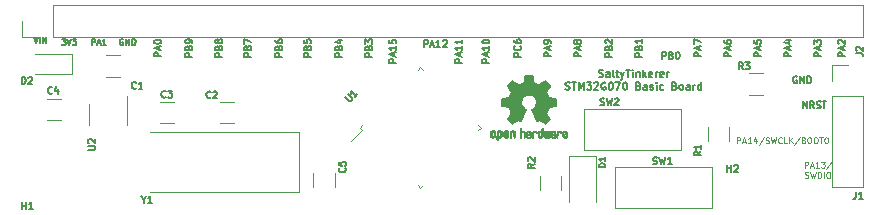
<source format=gto>
G04 #@! TF.GenerationSoftware,KiCad,Pcbnew,5.1.2-f72e74a~84~ubuntu18.04.1*
G04 #@! TF.CreationDate,2019-07-20T11:54:10-04:00*
G04 #@! TF.ProjectId,stm32G0_basic,73746d33-3247-4305-9f62-617369632e6b,rev?*
G04 #@! TF.SameCoordinates,Original*
G04 #@! TF.FileFunction,Legend,Top*
G04 #@! TF.FilePolarity,Positive*
%FSLAX46Y46*%
G04 Gerber Fmt 4.6, Leading zero omitted, Abs format (unit mm)*
G04 Created by KiCad (PCBNEW 5.1.2-f72e74a~84~ubuntu18.04.1) date 2019-07-20 11:54:10*
%MOMM*%
%LPD*%
G04 APERTURE LIST*
%ADD10C,0.127000*%
%ADD11C,0.114300*%
%ADD12C,0.120000*%
%ADD13C,0.010000*%
G04 APERTURE END LIST*
D10*
X149111304Y-106295673D02*
X149202019Y-106325911D01*
X149353209Y-106325911D01*
X149413685Y-106295673D01*
X149443923Y-106265435D01*
X149474161Y-106204959D01*
X149474161Y-106144483D01*
X149443923Y-106084007D01*
X149413685Y-106053769D01*
X149353209Y-106023530D01*
X149232257Y-105993292D01*
X149171780Y-105963054D01*
X149141542Y-105932816D01*
X149111304Y-105872340D01*
X149111304Y-105811864D01*
X149141542Y-105751388D01*
X149171780Y-105721150D01*
X149232257Y-105690911D01*
X149383447Y-105690911D01*
X149474161Y-105721150D01*
X150018447Y-106325911D02*
X150018447Y-105993292D01*
X149988209Y-105932816D01*
X149927733Y-105902578D01*
X149806780Y-105902578D01*
X149746304Y-105932816D01*
X150018447Y-106295673D02*
X149957971Y-106325911D01*
X149806780Y-106325911D01*
X149746304Y-106295673D01*
X149716066Y-106235197D01*
X149716066Y-106174721D01*
X149746304Y-106114245D01*
X149806780Y-106084007D01*
X149957971Y-106084007D01*
X150018447Y-106053769D01*
X150411542Y-106325911D02*
X150351066Y-106295673D01*
X150320828Y-106235197D01*
X150320828Y-105690911D01*
X150562733Y-105902578D02*
X150804638Y-105902578D01*
X150653447Y-105690911D02*
X150653447Y-106235197D01*
X150683685Y-106295673D01*
X150744161Y-106325911D01*
X150804638Y-106325911D01*
X150955828Y-105902578D02*
X151107019Y-106325911D01*
X151258209Y-105902578D02*
X151107019Y-106325911D01*
X151046542Y-106477102D01*
X151016304Y-106507340D01*
X150955828Y-106537578D01*
X151409400Y-105690911D02*
X151772257Y-105690911D01*
X151590828Y-106325911D02*
X151590828Y-105690911D01*
X151983923Y-106325911D02*
X151983923Y-105902578D01*
X151983923Y-105690911D02*
X151953685Y-105721150D01*
X151983923Y-105751388D01*
X152014161Y-105721150D01*
X151983923Y-105690911D01*
X151983923Y-105751388D01*
X152286304Y-105902578D02*
X152286304Y-106325911D01*
X152286304Y-105963054D02*
X152316542Y-105932816D01*
X152377019Y-105902578D01*
X152467733Y-105902578D01*
X152528209Y-105932816D01*
X152558447Y-105993292D01*
X152558447Y-106325911D01*
X152860828Y-106325911D02*
X152860828Y-105690911D01*
X152921304Y-106084007D02*
X153102733Y-106325911D01*
X153102733Y-105902578D02*
X152860828Y-106144483D01*
X153616780Y-106295673D02*
X153556304Y-106325911D01*
X153435352Y-106325911D01*
X153374876Y-106295673D01*
X153344638Y-106235197D01*
X153344638Y-105993292D01*
X153374876Y-105932816D01*
X153435352Y-105902578D01*
X153556304Y-105902578D01*
X153616780Y-105932816D01*
X153647019Y-105993292D01*
X153647019Y-106053769D01*
X153344638Y-106114245D01*
X153919161Y-106325911D02*
X153919161Y-105902578D01*
X153919161Y-106023530D02*
X153949400Y-105963054D01*
X153979638Y-105932816D01*
X154040114Y-105902578D01*
X154100590Y-105902578D01*
X154554161Y-106295673D02*
X154493685Y-106325911D01*
X154372733Y-106325911D01*
X154312257Y-106295673D01*
X154282019Y-106235197D01*
X154282019Y-105993292D01*
X154312257Y-105932816D01*
X154372733Y-105902578D01*
X154493685Y-105902578D01*
X154554161Y-105932816D01*
X154584400Y-105993292D01*
X154584400Y-106053769D01*
X154282019Y-106114245D01*
X154856542Y-106325911D02*
X154856542Y-105902578D01*
X154856542Y-106023530D02*
X154886780Y-105963054D01*
X154917019Y-105932816D01*
X154977495Y-105902578D01*
X155037971Y-105902578D01*
X146284042Y-107375173D02*
X146374757Y-107405411D01*
X146525947Y-107405411D01*
X146586423Y-107375173D01*
X146616661Y-107344935D01*
X146646900Y-107284459D01*
X146646900Y-107223983D01*
X146616661Y-107163507D01*
X146586423Y-107133269D01*
X146525947Y-107103030D01*
X146404995Y-107072792D01*
X146344519Y-107042554D01*
X146314280Y-107012316D01*
X146284042Y-106951840D01*
X146284042Y-106891364D01*
X146314280Y-106830888D01*
X146344519Y-106800650D01*
X146404995Y-106770411D01*
X146556185Y-106770411D01*
X146646900Y-106800650D01*
X146828328Y-106770411D02*
X147191185Y-106770411D01*
X147009757Y-107405411D02*
X147009757Y-106770411D01*
X147402852Y-107405411D02*
X147402852Y-106770411D01*
X147614519Y-107223983D01*
X147826185Y-106770411D01*
X147826185Y-107405411D01*
X148068090Y-106770411D02*
X148461185Y-106770411D01*
X148249519Y-107012316D01*
X148340233Y-107012316D01*
X148400709Y-107042554D01*
X148430947Y-107072792D01*
X148461185Y-107133269D01*
X148461185Y-107284459D01*
X148430947Y-107344935D01*
X148400709Y-107375173D01*
X148340233Y-107405411D01*
X148158804Y-107405411D01*
X148098328Y-107375173D01*
X148068090Y-107344935D01*
X148703090Y-106830888D02*
X148733328Y-106800650D01*
X148793804Y-106770411D01*
X148944995Y-106770411D01*
X149005471Y-106800650D01*
X149035709Y-106830888D01*
X149065947Y-106891364D01*
X149065947Y-106951840D01*
X149035709Y-107042554D01*
X148672852Y-107405411D01*
X149065947Y-107405411D01*
X149670709Y-106800650D02*
X149610233Y-106770411D01*
X149519519Y-106770411D01*
X149428804Y-106800650D01*
X149368328Y-106861126D01*
X149338090Y-106921602D01*
X149307852Y-107042554D01*
X149307852Y-107133269D01*
X149338090Y-107254221D01*
X149368328Y-107314697D01*
X149428804Y-107375173D01*
X149519519Y-107405411D01*
X149579995Y-107405411D01*
X149670709Y-107375173D01*
X149700947Y-107344935D01*
X149700947Y-107133269D01*
X149579995Y-107133269D01*
X150094042Y-106770411D02*
X150154519Y-106770411D01*
X150214995Y-106800650D01*
X150245233Y-106830888D01*
X150275471Y-106891364D01*
X150305709Y-107012316D01*
X150305709Y-107163507D01*
X150275471Y-107284459D01*
X150245233Y-107344935D01*
X150214995Y-107375173D01*
X150154519Y-107405411D01*
X150094042Y-107405411D01*
X150033566Y-107375173D01*
X150003328Y-107344935D01*
X149973090Y-107284459D01*
X149942852Y-107163507D01*
X149942852Y-107012316D01*
X149973090Y-106891364D01*
X150003328Y-106830888D01*
X150033566Y-106800650D01*
X150094042Y-106770411D01*
X150517376Y-106770411D02*
X150940709Y-106770411D01*
X150668566Y-107405411D01*
X151303566Y-106770411D02*
X151364042Y-106770411D01*
X151424519Y-106800650D01*
X151454757Y-106830888D01*
X151484995Y-106891364D01*
X151515233Y-107012316D01*
X151515233Y-107163507D01*
X151484995Y-107284459D01*
X151454757Y-107344935D01*
X151424519Y-107375173D01*
X151364042Y-107405411D01*
X151303566Y-107405411D01*
X151243090Y-107375173D01*
X151212852Y-107344935D01*
X151182614Y-107284459D01*
X151152376Y-107163507D01*
X151152376Y-107012316D01*
X151182614Y-106891364D01*
X151212852Y-106830888D01*
X151243090Y-106800650D01*
X151303566Y-106770411D01*
X152482852Y-107072792D02*
X152573566Y-107103030D01*
X152603804Y-107133269D01*
X152634042Y-107193745D01*
X152634042Y-107284459D01*
X152603804Y-107344935D01*
X152573566Y-107375173D01*
X152513090Y-107405411D01*
X152271185Y-107405411D01*
X152271185Y-106770411D01*
X152482852Y-106770411D01*
X152543328Y-106800650D01*
X152573566Y-106830888D01*
X152603804Y-106891364D01*
X152603804Y-106951840D01*
X152573566Y-107012316D01*
X152543328Y-107042554D01*
X152482852Y-107072792D01*
X152271185Y-107072792D01*
X153178328Y-107405411D02*
X153178328Y-107072792D01*
X153148090Y-107012316D01*
X153087614Y-106982078D01*
X152966661Y-106982078D01*
X152906185Y-107012316D01*
X153178328Y-107375173D02*
X153117852Y-107405411D01*
X152966661Y-107405411D01*
X152906185Y-107375173D01*
X152875947Y-107314697D01*
X152875947Y-107254221D01*
X152906185Y-107193745D01*
X152966661Y-107163507D01*
X153117852Y-107163507D01*
X153178328Y-107133269D01*
X153450471Y-107375173D02*
X153510947Y-107405411D01*
X153631900Y-107405411D01*
X153692376Y-107375173D01*
X153722614Y-107314697D01*
X153722614Y-107284459D01*
X153692376Y-107223983D01*
X153631900Y-107193745D01*
X153541185Y-107193745D01*
X153480709Y-107163507D01*
X153450471Y-107103030D01*
X153450471Y-107072792D01*
X153480709Y-107012316D01*
X153541185Y-106982078D01*
X153631900Y-106982078D01*
X153692376Y-107012316D01*
X153994757Y-107405411D02*
X153994757Y-106982078D01*
X153994757Y-106770411D02*
X153964519Y-106800650D01*
X153994757Y-106830888D01*
X154024995Y-106800650D01*
X153994757Y-106770411D01*
X153994757Y-106830888D01*
X154569280Y-107375173D02*
X154508804Y-107405411D01*
X154387852Y-107405411D01*
X154327376Y-107375173D01*
X154297138Y-107344935D01*
X154266900Y-107284459D01*
X154266900Y-107103030D01*
X154297138Y-107042554D01*
X154327376Y-107012316D01*
X154387852Y-106982078D01*
X154508804Y-106982078D01*
X154569280Y-107012316D01*
X155536900Y-107072792D02*
X155627614Y-107103030D01*
X155657852Y-107133269D01*
X155688090Y-107193745D01*
X155688090Y-107284459D01*
X155657852Y-107344935D01*
X155627614Y-107375173D01*
X155567138Y-107405411D01*
X155325233Y-107405411D01*
X155325233Y-106770411D01*
X155536900Y-106770411D01*
X155597376Y-106800650D01*
X155627614Y-106830888D01*
X155657852Y-106891364D01*
X155657852Y-106951840D01*
X155627614Y-107012316D01*
X155597376Y-107042554D01*
X155536900Y-107072792D01*
X155325233Y-107072792D01*
X156050947Y-107405411D02*
X155990471Y-107375173D01*
X155960233Y-107344935D01*
X155929995Y-107284459D01*
X155929995Y-107103030D01*
X155960233Y-107042554D01*
X155990471Y-107012316D01*
X156050947Y-106982078D01*
X156141661Y-106982078D01*
X156202138Y-107012316D01*
X156232376Y-107042554D01*
X156262614Y-107103030D01*
X156262614Y-107284459D01*
X156232376Y-107344935D01*
X156202138Y-107375173D01*
X156141661Y-107405411D01*
X156050947Y-107405411D01*
X156806900Y-107405411D02*
X156806900Y-107072792D01*
X156776661Y-107012316D01*
X156716185Y-106982078D01*
X156595233Y-106982078D01*
X156534757Y-107012316D01*
X156806900Y-107375173D02*
X156746423Y-107405411D01*
X156595233Y-107405411D01*
X156534757Y-107375173D01*
X156504519Y-107314697D01*
X156504519Y-107254221D01*
X156534757Y-107193745D01*
X156595233Y-107163507D01*
X156746423Y-107163507D01*
X156806900Y-107133269D01*
X157109280Y-107405411D02*
X157109280Y-106982078D01*
X157109280Y-107103030D02*
X157139519Y-107042554D01*
X157169757Y-107012316D01*
X157230233Y-106982078D01*
X157290709Y-106982078D01*
X157774519Y-107405411D02*
X157774519Y-106770411D01*
X157774519Y-107375173D02*
X157714042Y-107405411D01*
X157593090Y-107405411D01*
X157532614Y-107375173D01*
X157502376Y-107344935D01*
X157472138Y-107284459D01*
X157472138Y-107103030D01*
X157502376Y-107042554D01*
X157532614Y-107012316D01*
X157593090Y-106982078D01*
X157714042Y-106982078D01*
X157774519Y-107012316D01*
D11*
X166539333Y-113990059D02*
X166539333Y-113482059D01*
X166732857Y-113482059D01*
X166781238Y-113506250D01*
X166805428Y-113530440D01*
X166829619Y-113578821D01*
X166829619Y-113651392D01*
X166805428Y-113699773D01*
X166781238Y-113723964D01*
X166732857Y-113748154D01*
X166539333Y-113748154D01*
X167023142Y-113844916D02*
X167265047Y-113844916D01*
X166974761Y-113990059D02*
X167144095Y-113482059D01*
X167313428Y-113990059D01*
X167748857Y-113990059D02*
X167458571Y-113990059D01*
X167603714Y-113990059D02*
X167603714Y-113482059D01*
X167555333Y-113554630D01*
X167506952Y-113603011D01*
X167458571Y-113627202D01*
X167918190Y-113482059D02*
X168232666Y-113482059D01*
X168063333Y-113675583D01*
X168135904Y-113675583D01*
X168184285Y-113699773D01*
X168208476Y-113723964D01*
X168232666Y-113772345D01*
X168232666Y-113893297D01*
X168208476Y-113941678D01*
X168184285Y-113965869D01*
X168135904Y-113990059D01*
X167990761Y-113990059D01*
X167942380Y-113965869D01*
X167918190Y-113941678D01*
X168813238Y-113457869D02*
X168377809Y-114111011D01*
X166563523Y-114842169D02*
X166636095Y-114866359D01*
X166757047Y-114866359D01*
X166805428Y-114842169D01*
X166829619Y-114817978D01*
X166853809Y-114769597D01*
X166853809Y-114721216D01*
X166829619Y-114672835D01*
X166805428Y-114648645D01*
X166757047Y-114624454D01*
X166660285Y-114600264D01*
X166611904Y-114576073D01*
X166587714Y-114551883D01*
X166563523Y-114503502D01*
X166563523Y-114455121D01*
X166587714Y-114406740D01*
X166611904Y-114382550D01*
X166660285Y-114358359D01*
X166781238Y-114358359D01*
X166853809Y-114382550D01*
X167023142Y-114358359D02*
X167144095Y-114866359D01*
X167240857Y-114503502D01*
X167337619Y-114866359D01*
X167458571Y-114358359D01*
X167652095Y-114866359D02*
X167652095Y-114358359D01*
X167773047Y-114358359D01*
X167845619Y-114382550D01*
X167894000Y-114430930D01*
X167918190Y-114479311D01*
X167942380Y-114576073D01*
X167942380Y-114648645D01*
X167918190Y-114745407D01*
X167894000Y-114793788D01*
X167845619Y-114842169D01*
X167773047Y-114866359D01*
X167652095Y-114866359D01*
X168160095Y-114866359D02*
X168160095Y-114358359D01*
X168498761Y-114358359D02*
X168595523Y-114358359D01*
X168643904Y-114382550D01*
X168692285Y-114430930D01*
X168716476Y-114527692D01*
X168716476Y-114697026D01*
X168692285Y-114793788D01*
X168643904Y-114842169D01*
X168595523Y-114866359D01*
X168498761Y-114866359D01*
X168450380Y-114842169D01*
X168402000Y-114793788D01*
X168377809Y-114697026D01*
X168377809Y-114527692D01*
X168402000Y-114430930D01*
X168450380Y-114382550D01*
X168498761Y-114358359D01*
X160808609Y-111939009D02*
X160808609Y-111431009D01*
X161002133Y-111431009D01*
X161050514Y-111455200D01*
X161074704Y-111479390D01*
X161098895Y-111527771D01*
X161098895Y-111600342D01*
X161074704Y-111648723D01*
X161050514Y-111672914D01*
X161002133Y-111697104D01*
X160808609Y-111697104D01*
X161292419Y-111793866D02*
X161534323Y-111793866D01*
X161244038Y-111939009D02*
X161413371Y-111431009D01*
X161582704Y-111939009D01*
X162018133Y-111939009D02*
X161727847Y-111939009D01*
X161872990Y-111939009D02*
X161872990Y-111431009D01*
X161824609Y-111503580D01*
X161776228Y-111551961D01*
X161727847Y-111576152D01*
X162453561Y-111600342D02*
X162453561Y-111939009D01*
X162332609Y-111406819D02*
X162211657Y-111769676D01*
X162526133Y-111769676D01*
X163082514Y-111406819D02*
X162647085Y-112059961D01*
X163227657Y-111914819D02*
X163300228Y-111939009D01*
X163421180Y-111939009D01*
X163469561Y-111914819D01*
X163493752Y-111890628D01*
X163517942Y-111842247D01*
X163517942Y-111793866D01*
X163493752Y-111745485D01*
X163469561Y-111721295D01*
X163421180Y-111697104D01*
X163324419Y-111672914D01*
X163276038Y-111648723D01*
X163251847Y-111624533D01*
X163227657Y-111576152D01*
X163227657Y-111527771D01*
X163251847Y-111479390D01*
X163276038Y-111455200D01*
X163324419Y-111431009D01*
X163445371Y-111431009D01*
X163517942Y-111455200D01*
X163687276Y-111431009D02*
X163808228Y-111939009D01*
X163904990Y-111576152D01*
X164001752Y-111939009D01*
X164122704Y-111431009D01*
X164606514Y-111890628D02*
X164582323Y-111914819D01*
X164509752Y-111939009D01*
X164461371Y-111939009D01*
X164388800Y-111914819D01*
X164340419Y-111866438D01*
X164316228Y-111818057D01*
X164292038Y-111721295D01*
X164292038Y-111648723D01*
X164316228Y-111551961D01*
X164340419Y-111503580D01*
X164388800Y-111455200D01*
X164461371Y-111431009D01*
X164509752Y-111431009D01*
X164582323Y-111455200D01*
X164606514Y-111479390D01*
X165066133Y-111939009D02*
X164824228Y-111939009D01*
X164824228Y-111431009D01*
X165235466Y-111939009D02*
X165235466Y-111431009D01*
X165525752Y-111939009D02*
X165308038Y-111648723D01*
X165525752Y-111431009D02*
X165235466Y-111721295D01*
X166106323Y-111406819D02*
X165670895Y-112059961D01*
X166444990Y-111672914D02*
X166517561Y-111697104D01*
X166541752Y-111721295D01*
X166565942Y-111769676D01*
X166565942Y-111842247D01*
X166541752Y-111890628D01*
X166517561Y-111914819D01*
X166469180Y-111939009D01*
X166275657Y-111939009D01*
X166275657Y-111431009D01*
X166444990Y-111431009D01*
X166493371Y-111455200D01*
X166517561Y-111479390D01*
X166541752Y-111527771D01*
X166541752Y-111576152D01*
X166517561Y-111624533D01*
X166493371Y-111648723D01*
X166444990Y-111672914D01*
X166275657Y-111672914D01*
X166880419Y-111431009D02*
X166977180Y-111431009D01*
X167025561Y-111455200D01*
X167073942Y-111503580D01*
X167098133Y-111600342D01*
X167098133Y-111769676D01*
X167073942Y-111866438D01*
X167025561Y-111914819D01*
X166977180Y-111939009D01*
X166880419Y-111939009D01*
X166832038Y-111914819D01*
X166783657Y-111866438D01*
X166759466Y-111769676D01*
X166759466Y-111600342D01*
X166783657Y-111503580D01*
X166832038Y-111455200D01*
X166880419Y-111431009D01*
X167412609Y-111431009D02*
X167509371Y-111431009D01*
X167557752Y-111455200D01*
X167606133Y-111503580D01*
X167630323Y-111600342D01*
X167630323Y-111769676D01*
X167606133Y-111866438D01*
X167557752Y-111914819D01*
X167509371Y-111939009D01*
X167412609Y-111939009D01*
X167364228Y-111914819D01*
X167315847Y-111866438D01*
X167291657Y-111769676D01*
X167291657Y-111600342D01*
X167315847Y-111503580D01*
X167364228Y-111455200D01*
X167412609Y-111431009D01*
X167775466Y-111431009D02*
X168065752Y-111431009D01*
X167920609Y-111939009D02*
X167920609Y-111431009D01*
X168331847Y-111431009D02*
X168380228Y-111431009D01*
X168428609Y-111455200D01*
X168452800Y-111479390D01*
X168476990Y-111527771D01*
X168501180Y-111624533D01*
X168501180Y-111745485D01*
X168476990Y-111842247D01*
X168452800Y-111890628D01*
X168428609Y-111914819D01*
X168380228Y-111939009D01*
X168331847Y-111939009D01*
X168283466Y-111914819D01*
X168259276Y-111890628D01*
X168235085Y-111842247D01*
X168210895Y-111745485D01*
X168210895Y-111624533D01*
X168235085Y-111527771D01*
X168259276Y-111479390D01*
X168283466Y-111455200D01*
X168331847Y-111431009D01*
D10*
X166375442Y-108976280D02*
X166375442Y-108392080D01*
X166709271Y-108976280D01*
X166709271Y-108392080D01*
X167321290Y-108976280D02*
X167126557Y-108698090D01*
X166987461Y-108976280D02*
X166987461Y-108392080D01*
X167210014Y-108392080D01*
X167265652Y-108419900D01*
X167293471Y-108447719D01*
X167321290Y-108503357D01*
X167321290Y-108586814D01*
X167293471Y-108642452D01*
X167265652Y-108670271D01*
X167210014Y-108698090D01*
X166987461Y-108698090D01*
X167543842Y-108948461D02*
X167627300Y-108976280D01*
X167766395Y-108976280D01*
X167822033Y-108948461D01*
X167849852Y-108920642D01*
X167877671Y-108865004D01*
X167877671Y-108809366D01*
X167849852Y-108753728D01*
X167822033Y-108725909D01*
X167766395Y-108698090D01*
X167655119Y-108670271D01*
X167599480Y-108642452D01*
X167571661Y-108614633D01*
X167543842Y-108558995D01*
X167543842Y-108503357D01*
X167571661Y-108447719D01*
X167599480Y-108419900D01*
X167655119Y-108392080D01*
X167794214Y-108392080D01*
X167877671Y-108419900D01*
X168044585Y-108392080D02*
X168378414Y-108392080D01*
X168211500Y-108976280D02*
X168211500Y-108392080D01*
X165874095Y-106286300D02*
X165818457Y-106258480D01*
X165735000Y-106258480D01*
X165651542Y-106286300D01*
X165595904Y-106341938D01*
X165568085Y-106397576D01*
X165540266Y-106508852D01*
X165540266Y-106592309D01*
X165568085Y-106703585D01*
X165595904Y-106759223D01*
X165651542Y-106814861D01*
X165735000Y-106842680D01*
X165790638Y-106842680D01*
X165874095Y-106814861D01*
X165901914Y-106787042D01*
X165901914Y-106592309D01*
X165790638Y-106592309D01*
X166152285Y-106842680D02*
X166152285Y-106258480D01*
X166486114Y-106842680D01*
X166486114Y-106258480D01*
X166764304Y-106842680D02*
X166764304Y-106258480D01*
X166903400Y-106258480D01*
X166986857Y-106286300D01*
X167042495Y-106341938D01*
X167070314Y-106397576D01*
X167098133Y-106508852D01*
X167098133Y-106592309D01*
X167070314Y-106703585D01*
X167042495Y-106759223D01*
X166986857Y-106814861D01*
X166903400Y-106842680D01*
X166764304Y-106842680D01*
X169936280Y-104567566D02*
X169352080Y-104567566D01*
X169352080Y-104345014D01*
X169379900Y-104289376D01*
X169407719Y-104261557D01*
X169463357Y-104233738D01*
X169546814Y-104233738D01*
X169602452Y-104261557D01*
X169630271Y-104289376D01*
X169658090Y-104345014D01*
X169658090Y-104567566D01*
X169769366Y-104011185D02*
X169769366Y-103732995D01*
X169936280Y-104066823D02*
X169352080Y-103872090D01*
X169936280Y-103677357D01*
X169407719Y-103510442D02*
X169379900Y-103482623D01*
X169352080Y-103426985D01*
X169352080Y-103287890D01*
X169379900Y-103232252D01*
X169407719Y-103204433D01*
X169463357Y-103176614D01*
X169518995Y-103176614D01*
X169602452Y-103204433D01*
X169936280Y-103538261D01*
X169936280Y-103176614D01*
X167904280Y-104567566D02*
X167320080Y-104567566D01*
X167320080Y-104345014D01*
X167347900Y-104289376D01*
X167375719Y-104261557D01*
X167431357Y-104233738D01*
X167514814Y-104233738D01*
X167570452Y-104261557D01*
X167598271Y-104289376D01*
X167626090Y-104345014D01*
X167626090Y-104567566D01*
X167737366Y-104011185D02*
X167737366Y-103732995D01*
X167904280Y-104066823D02*
X167320080Y-103872090D01*
X167904280Y-103677357D01*
X167320080Y-103538261D02*
X167320080Y-103176614D01*
X167542633Y-103371347D01*
X167542633Y-103287890D01*
X167570452Y-103232252D01*
X167598271Y-103204433D01*
X167653909Y-103176614D01*
X167793004Y-103176614D01*
X167848642Y-103204433D01*
X167876461Y-103232252D01*
X167904280Y-103287890D01*
X167904280Y-103454804D01*
X167876461Y-103510442D01*
X167848642Y-103538261D01*
X165364280Y-104567566D02*
X164780080Y-104567566D01*
X164780080Y-104345014D01*
X164807900Y-104289376D01*
X164835719Y-104261557D01*
X164891357Y-104233738D01*
X164974814Y-104233738D01*
X165030452Y-104261557D01*
X165058271Y-104289376D01*
X165086090Y-104345014D01*
X165086090Y-104567566D01*
X165197366Y-104011185D02*
X165197366Y-103732995D01*
X165364280Y-104066823D02*
X164780080Y-103872090D01*
X165364280Y-103677357D01*
X164974814Y-103232252D02*
X165364280Y-103232252D01*
X164752261Y-103371347D02*
X165169547Y-103510442D01*
X165169547Y-103148795D01*
X162824280Y-104567566D02*
X162240080Y-104567566D01*
X162240080Y-104345014D01*
X162267900Y-104289376D01*
X162295719Y-104261557D01*
X162351357Y-104233738D01*
X162434814Y-104233738D01*
X162490452Y-104261557D01*
X162518271Y-104289376D01*
X162546090Y-104345014D01*
X162546090Y-104567566D01*
X162657366Y-104011185D02*
X162657366Y-103732995D01*
X162824280Y-104066823D02*
X162240080Y-103872090D01*
X162824280Y-103677357D01*
X162240080Y-103204433D02*
X162240080Y-103482623D01*
X162518271Y-103510442D01*
X162490452Y-103482623D01*
X162462633Y-103426985D01*
X162462633Y-103287890D01*
X162490452Y-103232252D01*
X162518271Y-103204433D01*
X162573909Y-103176614D01*
X162713004Y-103176614D01*
X162768642Y-103204433D01*
X162796461Y-103232252D01*
X162824280Y-103287890D01*
X162824280Y-103426985D01*
X162796461Y-103482623D01*
X162768642Y-103510442D01*
X160284280Y-104567566D02*
X159700080Y-104567566D01*
X159700080Y-104345014D01*
X159727900Y-104289376D01*
X159755719Y-104261557D01*
X159811357Y-104233738D01*
X159894814Y-104233738D01*
X159950452Y-104261557D01*
X159978271Y-104289376D01*
X160006090Y-104345014D01*
X160006090Y-104567566D01*
X160117366Y-104011185D02*
X160117366Y-103732995D01*
X160284280Y-104066823D02*
X159700080Y-103872090D01*
X160284280Y-103677357D01*
X159700080Y-103232252D02*
X159700080Y-103343528D01*
X159727900Y-103399166D01*
X159755719Y-103426985D01*
X159839176Y-103482623D01*
X159950452Y-103510442D01*
X160173004Y-103510442D01*
X160228642Y-103482623D01*
X160256461Y-103454804D01*
X160284280Y-103399166D01*
X160284280Y-103287890D01*
X160256461Y-103232252D01*
X160228642Y-103204433D01*
X160173004Y-103176614D01*
X160033909Y-103176614D01*
X159978271Y-103204433D01*
X159950452Y-103232252D01*
X159922633Y-103287890D01*
X159922633Y-103399166D01*
X159950452Y-103454804D01*
X159978271Y-103482623D01*
X160033909Y-103510442D01*
X157744280Y-104567566D02*
X157160080Y-104567566D01*
X157160080Y-104345014D01*
X157187900Y-104289376D01*
X157215719Y-104261557D01*
X157271357Y-104233738D01*
X157354814Y-104233738D01*
X157410452Y-104261557D01*
X157438271Y-104289376D01*
X157466090Y-104345014D01*
X157466090Y-104567566D01*
X157577366Y-104011185D02*
X157577366Y-103732995D01*
X157744280Y-104066823D02*
X157160080Y-103872090D01*
X157744280Y-103677357D01*
X157160080Y-103538261D02*
X157160080Y-103148795D01*
X157744280Y-103399166D01*
X154470704Y-104785280D02*
X154470704Y-104201080D01*
X154693257Y-104201080D01*
X154748895Y-104228900D01*
X154776714Y-104256719D01*
X154804533Y-104312357D01*
X154804533Y-104395814D01*
X154776714Y-104451452D01*
X154748895Y-104479271D01*
X154693257Y-104507090D01*
X154470704Y-104507090D01*
X155249638Y-104479271D02*
X155333095Y-104507090D01*
X155360914Y-104534909D01*
X155388733Y-104590547D01*
X155388733Y-104674004D01*
X155360914Y-104729642D01*
X155333095Y-104757461D01*
X155277457Y-104785280D01*
X155054904Y-104785280D01*
X155054904Y-104201080D01*
X155249638Y-104201080D01*
X155305276Y-104228900D01*
X155333095Y-104256719D01*
X155360914Y-104312357D01*
X155360914Y-104367995D01*
X155333095Y-104423633D01*
X155305276Y-104451452D01*
X155249638Y-104479271D01*
X155054904Y-104479271D01*
X155750380Y-104201080D02*
X155806019Y-104201080D01*
X155861657Y-104228900D01*
X155889476Y-104256719D01*
X155917295Y-104312357D01*
X155945114Y-104423633D01*
X155945114Y-104562728D01*
X155917295Y-104674004D01*
X155889476Y-104729642D01*
X155861657Y-104757461D01*
X155806019Y-104785280D01*
X155750380Y-104785280D01*
X155694742Y-104757461D01*
X155666923Y-104729642D01*
X155639104Y-104674004D01*
X155611285Y-104562728D01*
X155611285Y-104423633D01*
X155639104Y-104312357D01*
X155666923Y-104256719D01*
X155694742Y-104228900D01*
X155750380Y-104201080D01*
X152791280Y-104609295D02*
X152207080Y-104609295D01*
X152207080Y-104386742D01*
X152234900Y-104331104D01*
X152262719Y-104303285D01*
X152318357Y-104275466D01*
X152401814Y-104275466D01*
X152457452Y-104303285D01*
X152485271Y-104331104D01*
X152513090Y-104386742D01*
X152513090Y-104609295D01*
X152485271Y-103830361D02*
X152513090Y-103746904D01*
X152540909Y-103719085D01*
X152596547Y-103691266D01*
X152680004Y-103691266D01*
X152735642Y-103719085D01*
X152763461Y-103746904D01*
X152791280Y-103802542D01*
X152791280Y-104025095D01*
X152207080Y-104025095D01*
X152207080Y-103830361D01*
X152234900Y-103774723D01*
X152262719Y-103746904D01*
X152318357Y-103719085D01*
X152373995Y-103719085D01*
X152429633Y-103746904D01*
X152457452Y-103774723D01*
X152485271Y-103830361D01*
X152485271Y-104025095D01*
X152791280Y-103134885D02*
X152791280Y-103468714D01*
X152791280Y-103301800D02*
X152207080Y-103301800D01*
X152290538Y-103357438D01*
X152346176Y-103413076D01*
X152373995Y-103468714D01*
X150251280Y-104609295D02*
X149667080Y-104609295D01*
X149667080Y-104386742D01*
X149694900Y-104331104D01*
X149722719Y-104303285D01*
X149778357Y-104275466D01*
X149861814Y-104275466D01*
X149917452Y-104303285D01*
X149945271Y-104331104D01*
X149973090Y-104386742D01*
X149973090Y-104609295D01*
X149945271Y-103830361D02*
X149973090Y-103746904D01*
X150000909Y-103719085D01*
X150056547Y-103691266D01*
X150140004Y-103691266D01*
X150195642Y-103719085D01*
X150223461Y-103746904D01*
X150251280Y-103802542D01*
X150251280Y-104025095D01*
X149667080Y-104025095D01*
X149667080Y-103830361D01*
X149694900Y-103774723D01*
X149722719Y-103746904D01*
X149778357Y-103719085D01*
X149833995Y-103719085D01*
X149889633Y-103746904D01*
X149917452Y-103774723D01*
X149945271Y-103830361D01*
X149945271Y-104025095D01*
X149722719Y-103468714D02*
X149694900Y-103440895D01*
X149667080Y-103385257D01*
X149667080Y-103246161D01*
X149694900Y-103190523D01*
X149722719Y-103162704D01*
X149778357Y-103134885D01*
X149833995Y-103134885D01*
X149917452Y-103162704D01*
X150251280Y-103496533D01*
X150251280Y-103134885D01*
X147584280Y-104567566D02*
X147000080Y-104567566D01*
X147000080Y-104345014D01*
X147027900Y-104289376D01*
X147055719Y-104261557D01*
X147111357Y-104233738D01*
X147194814Y-104233738D01*
X147250452Y-104261557D01*
X147278271Y-104289376D01*
X147306090Y-104345014D01*
X147306090Y-104567566D01*
X147417366Y-104011185D02*
X147417366Y-103732995D01*
X147584280Y-104066823D02*
X147000080Y-103872090D01*
X147584280Y-103677357D01*
X147250452Y-103399166D02*
X147222633Y-103454804D01*
X147194814Y-103482623D01*
X147139176Y-103510442D01*
X147111357Y-103510442D01*
X147055719Y-103482623D01*
X147027900Y-103454804D01*
X147000080Y-103399166D01*
X147000080Y-103287890D01*
X147027900Y-103232252D01*
X147055719Y-103204433D01*
X147111357Y-103176614D01*
X147139176Y-103176614D01*
X147194814Y-103204433D01*
X147222633Y-103232252D01*
X147250452Y-103287890D01*
X147250452Y-103399166D01*
X147278271Y-103454804D01*
X147306090Y-103482623D01*
X147361728Y-103510442D01*
X147473004Y-103510442D01*
X147528642Y-103482623D01*
X147556461Y-103454804D01*
X147584280Y-103399166D01*
X147584280Y-103287890D01*
X147556461Y-103232252D01*
X147528642Y-103204433D01*
X147473004Y-103176614D01*
X147361728Y-103176614D01*
X147306090Y-103204433D01*
X147278271Y-103232252D01*
X147250452Y-103287890D01*
X145044280Y-104567566D02*
X144460080Y-104567566D01*
X144460080Y-104345014D01*
X144487900Y-104289376D01*
X144515719Y-104261557D01*
X144571357Y-104233738D01*
X144654814Y-104233738D01*
X144710452Y-104261557D01*
X144738271Y-104289376D01*
X144766090Y-104345014D01*
X144766090Y-104567566D01*
X144877366Y-104011185D02*
X144877366Y-103732995D01*
X145044280Y-104066823D02*
X144460080Y-103872090D01*
X145044280Y-103677357D01*
X145044280Y-103454804D02*
X145044280Y-103343528D01*
X145016461Y-103287890D01*
X144988642Y-103260071D01*
X144905185Y-103204433D01*
X144793909Y-103176614D01*
X144571357Y-103176614D01*
X144515719Y-103204433D01*
X144487900Y-103232252D01*
X144460080Y-103287890D01*
X144460080Y-103399166D01*
X144487900Y-103454804D01*
X144515719Y-103482623D01*
X144571357Y-103510442D01*
X144710452Y-103510442D01*
X144766090Y-103482623D01*
X144793909Y-103454804D01*
X144821728Y-103399166D01*
X144821728Y-103287890D01*
X144793909Y-103232252D01*
X144766090Y-103204433D01*
X144710452Y-103176614D01*
X142504280Y-104609295D02*
X141920080Y-104609295D01*
X141920080Y-104386742D01*
X141947900Y-104331104D01*
X141975719Y-104303285D01*
X142031357Y-104275466D01*
X142114814Y-104275466D01*
X142170452Y-104303285D01*
X142198271Y-104331104D01*
X142226090Y-104386742D01*
X142226090Y-104609295D01*
X142448642Y-103691266D02*
X142476461Y-103719085D01*
X142504280Y-103802542D01*
X142504280Y-103858180D01*
X142476461Y-103941638D01*
X142420823Y-103997276D01*
X142365185Y-104025095D01*
X142253909Y-104052914D01*
X142170452Y-104052914D01*
X142059176Y-104025095D01*
X142003538Y-103997276D01*
X141947900Y-103941638D01*
X141920080Y-103858180D01*
X141920080Y-103802542D01*
X141947900Y-103719085D01*
X141975719Y-103691266D01*
X141920080Y-103190523D02*
X141920080Y-103301800D01*
X141947900Y-103357438D01*
X141975719Y-103385257D01*
X142059176Y-103440895D01*
X142170452Y-103468714D01*
X142393004Y-103468714D01*
X142448642Y-103440895D01*
X142476461Y-103413076D01*
X142504280Y-103357438D01*
X142504280Y-103246161D01*
X142476461Y-103190523D01*
X142448642Y-103162704D01*
X142393004Y-103134885D01*
X142253909Y-103134885D01*
X142198271Y-103162704D01*
X142170452Y-103190523D01*
X142142633Y-103246161D01*
X142142633Y-103357438D01*
X142170452Y-103413076D01*
X142198271Y-103440895D01*
X142253909Y-103468714D01*
X139837280Y-105099757D02*
X139253080Y-105099757D01*
X139253080Y-104877204D01*
X139280900Y-104821566D01*
X139308719Y-104793747D01*
X139364357Y-104765928D01*
X139447814Y-104765928D01*
X139503452Y-104793747D01*
X139531271Y-104821566D01*
X139559090Y-104877204D01*
X139559090Y-105099757D01*
X139670366Y-104543376D02*
X139670366Y-104265185D01*
X139837280Y-104599014D02*
X139253080Y-104404280D01*
X139837280Y-104209547D01*
X139837280Y-103708804D02*
X139837280Y-104042633D01*
X139837280Y-103875719D02*
X139253080Y-103875719D01*
X139336538Y-103931357D01*
X139392176Y-103986995D01*
X139419995Y-104042633D01*
X139253080Y-103347157D02*
X139253080Y-103291519D01*
X139280900Y-103235880D01*
X139308719Y-103208061D01*
X139364357Y-103180242D01*
X139475633Y-103152423D01*
X139614728Y-103152423D01*
X139726004Y-103180242D01*
X139781642Y-103208061D01*
X139809461Y-103235880D01*
X139837280Y-103291519D01*
X139837280Y-103347157D01*
X139809461Y-103402795D01*
X139781642Y-103430614D01*
X139726004Y-103458433D01*
X139614728Y-103486252D01*
X139475633Y-103486252D01*
X139364357Y-103458433D01*
X139308719Y-103430614D01*
X139280900Y-103402795D01*
X139253080Y-103347157D01*
X137551280Y-105099757D02*
X136967080Y-105099757D01*
X136967080Y-104877204D01*
X136994900Y-104821566D01*
X137022719Y-104793747D01*
X137078357Y-104765928D01*
X137161814Y-104765928D01*
X137217452Y-104793747D01*
X137245271Y-104821566D01*
X137273090Y-104877204D01*
X137273090Y-105099757D01*
X137384366Y-104543376D02*
X137384366Y-104265185D01*
X137551280Y-104599014D02*
X136967080Y-104404280D01*
X137551280Y-104209547D01*
X137551280Y-103708804D02*
X137551280Y-104042633D01*
X137551280Y-103875719D02*
X136967080Y-103875719D01*
X137050538Y-103931357D01*
X137106176Y-103986995D01*
X137133995Y-104042633D01*
X137551280Y-103152423D02*
X137551280Y-103486252D01*
X137551280Y-103319338D02*
X136967080Y-103319338D01*
X137050538Y-103374976D01*
X137106176Y-103430614D01*
X137133995Y-103486252D01*
X134295242Y-103769280D02*
X134295242Y-103185080D01*
X134517795Y-103185080D01*
X134573433Y-103212900D01*
X134601252Y-103240719D01*
X134629071Y-103296357D01*
X134629071Y-103379814D01*
X134601252Y-103435452D01*
X134573433Y-103463271D01*
X134517795Y-103491090D01*
X134295242Y-103491090D01*
X134851623Y-103602366D02*
X135129814Y-103602366D01*
X134795985Y-103769280D02*
X134990719Y-103185080D01*
X135185452Y-103769280D01*
X135686195Y-103769280D02*
X135352366Y-103769280D01*
X135519280Y-103769280D02*
X135519280Y-103185080D01*
X135463642Y-103268538D01*
X135408004Y-103324176D01*
X135352366Y-103351995D01*
X135908747Y-103240719D02*
X135936566Y-103212900D01*
X135992204Y-103185080D01*
X136131300Y-103185080D01*
X136186938Y-103212900D01*
X136214757Y-103240719D01*
X136242576Y-103296357D01*
X136242576Y-103351995D01*
X136214757Y-103435452D01*
X135880928Y-103769280D01*
X136242576Y-103769280D01*
X131963280Y-105099757D02*
X131379080Y-105099757D01*
X131379080Y-104877204D01*
X131406900Y-104821566D01*
X131434719Y-104793747D01*
X131490357Y-104765928D01*
X131573814Y-104765928D01*
X131629452Y-104793747D01*
X131657271Y-104821566D01*
X131685090Y-104877204D01*
X131685090Y-105099757D01*
X131796366Y-104543376D02*
X131796366Y-104265185D01*
X131963280Y-104599014D02*
X131379080Y-104404280D01*
X131963280Y-104209547D01*
X131963280Y-103708804D02*
X131963280Y-104042633D01*
X131963280Y-103875719D02*
X131379080Y-103875719D01*
X131462538Y-103931357D01*
X131518176Y-103986995D01*
X131545995Y-104042633D01*
X131379080Y-103180242D02*
X131379080Y-103458433D01*
X131657271Y-103486252D01*
X131629452Y-103458433D01*
X131601633Y-103402795D01*
X131601633Y-103263700D01*
X131629452Y-103208061D01*
X131657271Y-103180242D01*
X131712909Y-103152423D01*
X131852004Y-103152423D01*
X131907642Y-103180242D01*
X131935461Y-103208061D01*
X131963280Y-103263700D01*
X131963280Y-103402795D01*
X131935461Y-103458433D01*
X131907642Y-103486252D01*
X129931280Y-104609295D02*
X129347080Y-104609295D01*
X129347080Y-104386742D01*
X129374900Y-104331104D01*
X129402719Y-104303285D01*
X129458357Y-104275466D01*
X129541814Y-104275466D01*
X129597452Y-104303285D01*
X129625271Y-104331104D01*
X129653090Y-104386742D01*
X129653090Y-104609295D01*
X129625271Y-103830361D02*
X129653090Y-103746904D01*
X129680909Y-103719085D01*
X129736547Y-103691266D01*
X129820004Y-103691266D01*
X129875642Y-103719085D01*
X129903461Y-103746904D01*
X129931280Y-103802542D01*
X129931280Y-104025095D01*
X129347080Y-104025095D01*
X129347080Y-103830361D01*
X129374900Y-103774723D01*
X129402719Y-103746904D01*
X129458357Y-103719085D01*
X129513995Y-103719085D01*
X129569633Y-103746904D01*
X129597452Y-103774723D01*
X129625271Y-103830361D01*
X129625271Y-104025095D01*
X129347080Y-103496533D02*
X129347080Y-103134885D01*
X129569633Y-103329619D01*
X129569633Y-103246161D01*
X129597452Y-103190523D01*
X129625271Y-103162704D01*
X129680909Y-103134885D01*
X129820004Y-103134885D01*
X129875642Y-103162704D01*
X129903461Y-103190523D01*
X129931280Y-103246161D01*
X129931280Y-103413076D01*
X129903461Y-103468714D01*
X129875642Y-103496533D01*
X127391280Y-104609295D02*
X126807080Y-104609295D01*
X126807080Y-104386742D01*
X126834900Y-104331104D01*
X126862719Y-104303285D01*
X126918357Y-104275466D01*
X127001814Y-104275466D01*
X127057452Y-104303285D01*
X127085271Y-104331104D01*
X127113090Y-104386742D01*
X127113090Y-104609295D01*
X127085271Y-103830361D02*
X127113090Y-103746904D01*
X127140909Y-103719085D01*
X127196547Y-103691266D01*
X127280004Y-103691266D01*
X127335642Y-103719085D01*
X127363461Y-103746904D01*
X127391280Y-103802542D01*
X127391280Y-104025095D01*
X126807080Y-104025095D01*
X126807080Y-103830361D01*
X126834900Y-103774723D01*
X126862719Y-103746904D01*
X126918357Y-103719085D01*
X126973995Y-103719085D01*
X127029633Y-103746904D01*
X127057452Y-103774723D01*
X127085271Y-103830361D01*
X127085271Y-104025095D01*
X127001814Y-103190523D02*
X127391280Y-103190523D01*
X126779261Y-103329619D02*
X127196547Y-103468714D01*
X127196547Y-103107066D01*
X124724280Y-104609295D02*
X124140080Y-104609295D01*
X124140080Y-104386742D01*
X124167900Y-104331104D01*
X124195719Y-104303285D01*
X124251357Y-104275466D01*
X124334814Y-104275466D01*
X124390452Y-104303285D01*
X124418271Y-104331104D01*
X124446090Y-104386742D01*
X124446090Y-104609295D01*
X124418271Y-103830361D02*
X124446090Y-103746904D01*
X124473909Y-103719085D01*
X124529547Y-103691266D01*
X124613004Y-103691266D01*
X124668642Y-103719085D01*
X124696461Y-103746904D01*
X124724280Y-103802542D01*
X124724280Y-104025095D01*
X124140080Y-104025095D01*
X124140080Y-103830361D01*
X124167900Y-103774723D01*
X124195719Y-103746904D01*
X124251357Y-103719085D01*
X124306995Y-103719085D01*
X124362633Y-103746904D01*
X124390452Y-103774723D01*
X124418271Y-103830361D01*
X124418271Y-104025095D01*
X124140080Y-103162704D02*
X124140080Y-103440895D01*
X124418271Y-103468714D01*
X124390452Y-103440895D01*
X124362633Y-103385257D01*
X124362633Y-103246161D01*
X124390452Y-103190523D01*
X124418271Y-103162704D01*
X124473909Y-103134885D01*
X124613004Y-103134885D01*
X124668642Y-103162704D01*
X124696461Y-103190523D01*
X124724280Y-103246161D01*
X124724280Y-103385257D01*
X124696461Y-103440895D01*
X124668642Y-103468714D01*
X122311280Y-104609295D02*
X121727080Y-104609295D01*
X121727080Y-104386742D01*
X121754900Y-104331104D01*
X121782719Y-104303285D01*
X121838357Y-104275466D01*
X121921814Y-104275466D01*
X121977452Y-104303285D01*
X122005271Y-104331104D01*
X122033090Y-104386742D01*
X122033090Y-104609295D01*
X122005271Y-103830361D02*
X122033090Y-103746904D01*
X122060909Y-103719085D01*
X122116547Y-103691266D01*
X122200004Y-103691266D01*
X122255642Y-103719085D01*
X122283461Y-103746904D01*
X122311280Y-103802542D01*
X122311280Y-104025095D01*
X121727080Y-104025095D01*
X121727080Y-103830361D01*
X121754900Y-103774723D01*
X121782719Y-103746904D01*
X121838357Y-103719085D01*
X121893995Y-103719085D01*
X121949633Y-103746904D01*
X121977452Y-103774723D01*
X122005271Y-103830361D01*
X122005271Y-104025095D01*
X121727080Y-103190523D02*
X121727080Y-103301800D01*
X121754900Y-103357438D01*
X121782719Y-103385257D01*
X121866176Y-103440895D01*
X121977452Y-103468714D01*
X122200004Y-103468714D01*
X122255642Y-103440895D01*
X122283461Y-103413076D01*
X122311280Y-103357438D01*
X122311280Y-103246161D01*
X122283461Y-103190523D01*
X122255642Y-103162704D01*
X122200004Y-103134885D01*
X122060909Y-103134885D01*
X122005271Y-103162704D01*
X121977452Y-103190523D01*
X121949633Y-103246161D01*
X121949633Y-103357438D01*
X121977452Y-103413076D01*
X122005271Y-103440895D01*
X122060909Y-103468714D01*
X119644280Y-104609295D02*
X119060080Y-104609295D01*
X119060080Y-104386742D01*
X119087900Y-104331104D01*
X119115719Y-104303285D01*
X119171357Y-104275466D01*
X119254814Y-104275466D01*
X119310452Y-104303285D01*
X119338271Y-104331104D01*
X119366090Y-104386742D01*
X119366090Y-104609295D01*
X119338271Y-103830361D02*
X119366090Y-103746904D01*
X119393909Y-103719085D01*
X119449547Y-103691266D01*
X119533004Y-103691266D01*
X119588642Y-103719085D01*
X119616461Y-103746904D01*
X119644280Y-103802542D01*
X119644280Y-104025095D01*
X119060080Y-104025095D01*
X119060080Y-103830361D01*
X119087900Y-103774723D01*
X119115719Y-103746904D01*
X119171357Y-103719085D01*
X119226995Y-103719085D01*
X119282633Y-103746904D01*
X119310452Y-103774723D01*
X119338271Y-103830361D01*
X119338271Y-104025095D01*
X119060080Y-103496533D02*
X119060080Y-103107066D01*
X119644280Y-103357438D01*
X117231280Y-104609295D02*
X116647080Y-104609295D01*
X116647080Y-104386742D01*
X116674900Y-104331104D01*
X116702719Y-104303285D01*
X116758357Y-104275466D01*
X116841814Y-104275466D01*
X116897452Y-104303285D01*
X116925271Y-104331104D01*
X116953090Y-104386742D01*
X116953090Y-104609295D01*
X116925271Y-103830361D02*
X116953090Y-103746904D01*
X116980909Y-103719085D01*
X117036547Y-103691266D01*
X117120004Y-103691266D01*
X117175642Y-103719085D01*
X117203461Y-103746904D01*
X117231280Y-103802542D01*
X117231280Y-104025095D01*
X116647080Y-104025095D01*
X116647080Y-103830361D01*
X116674900Y-103774723D01*
X116702719Y-103746904D01*
X116758357Y-103719085D01*
X116813995Y-103719085D01*
X116869633Y-103746904D01*
X116897452Y-103774723D01*
X116925271Y-103830361D01*
X116925271Y-104025095D01*
X116897452Y-103357438D02*
X116869633Y-103413076D01*
X116841814Y-103440895D01*
X116786176Y-103468714D01*
X116758357Y-103468714D01*
X116702719Y-103440895D01*
X116674900Y-103413076D01*
X116647080Y-103357438D01*
X116647080Y-103246161D01*
X116674900Y-103190523D01*
X116702719Y-103162704D01*
X116758357Y-103134885D01*
X116786176Y-103134885D01*
X116841814Y-103162704D01*
X116869633Y-103190523D01*
X116897452Y-103246161D01*
X116897452Y-103357438D01*
X116925271Y-103413076D01*
X116953090Y-103440895D01*
X117008728Y-103468714D01*
X117120004Y-103468714D01*
X117175642Y-103440895D01*
X117203461Y-103413076D01*
X117231280Y-103357438D01*
X117231280Y-103246161D01*
X117203461Y-103190523D01*
X117175642Y-103162704D01*
X117120004Y-103134885D01*
X117008728Y-103134885D01*
X116953090Y-103162704D01*
X116925271Y-103190523D01*
X116897452Y-103246161D01*
X114691280Y-104609295D02*
X114107080Y-104609295D01*
X114107080Y-104386742D01*
X114134900Y-104331104D01*
X114162719Y-104303285D01*
X114218357Y-104275466D01*
X114301814Y-104275466D01*
X114357452Y-104303285D01*
X114385271Y-104331104D01*
X114413090Y-104386742D01*
X114413090Y-104609295D01*
X114385271Y-103830361D02*
X114413090Y-103746904D01*
X114440909Y-103719085D01*
X114496547Y-103691266D01*
X114580004Y-103691266D01*
X114635642Y-103719085D01*
X114663461Y-103746904D01*
X114691280Y-103802542D01*
X114691280Y-104025095D01*
X114107080Y-104025095D01*
X114107080Y-103830361D01*
X114134900Y-103774723D01*
X114162719Y-103746904D01*
X114218357Y-103719085D01*
X114273995Y-103719085D01*
X114329633Y-103746904D01*
X114357452Y-103774723D01*
X114385271Y-103830361D01*
X114385271Y-104025095D01*
X114691280Y-103413076D02*
X114691280Y-103301800D01*
X114663461Y-103246161D01*
X114635642Y-103218342D01*
X114552185Y-103162704D01*
X114440909Y-103134885D01*
X114218357Y-103134885D01*
X114162719Y-103162704D01*
X114134900Y-103190523D01*
X114107080Y-103246161D01*
X114107080Y-103357438D01*
X114134900Y-103413076D01*
X114162719Y-103440895D01*
X114218357Y-103468714D01*
X114357452Y-103468714D01*
X114413090Y-103440895D01*
X114440909Y-103413076D01*
X114468728Y-103357438D01*
X114468728Y-103246161D01*
X114440909Y-103190523D01*
X114413090Y-103162704D01*
X114357452Y-103134885D01*
X112024280Y-104567566D02*
X111440080Y-104567566D01*
X111440080Y-104345014D01*
X111467900Y-104289376D01*
X111495719Y-104261557D01*
X111551357Y-104233738D01*
X111634814Y-104233738D01*
X111690452Y-104261557D01*
X111718271Y-104289376D01*
X111746090Y-104345014D01*
X111746090Y-104567566D01*
X111857366Y-104011185D02*
X111857366Y-103732995D01*
X112024280Y-104066823D02*
X111440080Y-103872090D01*
X112024280Y-103677357D01*
X111440080Y-103371347D02*
X111440080Y-103315709D01*
X111467900Y-103260071D01*
X111495719Y-103232252D01*
X111551357Y-103204433D01*
X111662633Y-103176614D01*
X111801728Y-103176614D01*
X111913004Y-103204433D01*
X111968642Y-103232252D01*
X111996461Y-103260071D01*
X112024280Y-103315709D01*
X112024280Y-103371347D01*
X111996461Y-103426985D01*
X111968642Y-103454804D01*
X111913004Y-103482623D01*
X111801728Y-103510442D01*
X111662633Y-103510442D01*
X111551357Y-103482623D01*
X111495719Y-103454804D01*
X111467900Y-103426985D01*
X111440080Y-103371347D01*
X106188933Y-103607809D02*
X106188933Y-103099809D01*
X106382457Y-103099809D01*
X106430838Y-103124000D01*
X106455028Y-103148190D01*
X106479219Y-103196571D01*
X106479219Y-103269142D01*
X106455028Y-103317523D01*
X106430838Y-103341714D01*
X106382457Y-103365904D01*
X106188933Y-103365904D01*
X106672742Y-103462666D02*
X106914647Y-103462666D01*
X106624361Y-103607809D02*
X106793695Y-103099809D01*
X106963028Y-103607809D01*
X107398457Y-103607809D02*
X107108171Y-103607809D01*
X107253314Y-103607809D02*
X107253314Y-103099809D01*
X107204933Y-103172380D01*
X107156552Y-103220761D01*
X107108171Y-103244952D01*
X108832952Y-103124000D02*
X108784571Y-103099809D01*
X108712000Y-103099809D01*
X108639428Y-103124000D01*
X108591047Y-103172380D01*
X108566857Y-103220761D01*
X108542666Y-103317523D01*
X108542666Y-103390095D01*
X108566857Y-103486857D01*
X108591047Y-103535238D01*
X108639428Y-103583619D01*
X108712000Y-103607809D01*
X108760380Y-103607809D01*
X108832952Y-103583619D01*
X108857142Y-103559428D01*
X108857142Y-103390095D01*
X108760380Y-103390095D01*
X109074857Y-103607809D02*
X109074857Y-103099809D01*
X109365142Y-103607809D01*
X109365142Y-103099809D01*
X109607047Y-103607809D02*
X109607047Y-103099809D01*
X109728000Y-103099809D01*
X109800571Y-103124000D01*
X109848952Y-103172380D01*
X109873142Y-103220761D01*
X109897333Y-103317523D01*
X109897333Y-103390095D01*
X109873142Y-103486857D01*
X109848952Y-103535238D01*
X109800571Y-103583619D01*
X109728000Y-103607809D01*
X109607047Y-103607809D01*
X103638047Y-103099809D02*
X103952523Y-103099809D01*
X103783190Y-103293333D01*
X103855761Y-103293333D01*
X103904142Y-103317523D01*
X103928333Y-103341714D01*
X103952523Y-103390095D01*
X103952523Y-103511047D01*
X103928333Y-103559428D01*
X103904142Y-103583619D01*
X103855761Y-103607809D01*
X103710619Y-103607809D01*
X103662238Y-103583619D01*
X103638047Y-103559428D01*
X104097666Y-103099809D02*
X104267000Y-103607809D01*
X104436333Y-103099809D01*
X104557285Y-103099809D02*
X104871761Y-103099809D01*
X104702428Y-103293333D01*
X104775000Y-103293333D01*
X104823380Y-103317523D01*
X104847571Y-103341714D01*
X104871761Y-103390095D01*
X104871761Y-103511047D01*
X104847571Y-103559428D01*
X104823380Y-103583619D01*
X104775000Y-103607809D01*
X104629857Y-103607809D01*
X104581476Y-103583619D01*
X104557285Y-103559428D01*
X101297619Y-102972809D02*
X101466952Y-103480809D01*
X101636285Y-102972809D01*
X101805619Y-103480809D02*
X101805619Y-102972809D01*
X102047523Y-103480809D02*
X102047523Y-102972809D01*
X102337809Y-103480809D01*
X102337809Y-102972809D01*
D12*
X104541400Y-106082200D02*
X104541400Y-104382200D01*
X104541400Y-104382200D02*
X101391400Y-104382200D01*
X104541400Y-106082200D02*
X101391400Y-106082200D01*
X171510000Y-102930000D02*
X171510000Y-100270000D01*
X102870000Y-102930000D02*
X171510000Y-102930000D01*
X102870000Y-100270000D02*
X171510000Y-100270000D01*
X102870000Y-102930000D02*
X102870000Y-100270000D01*
X101600000Y-102930000D02*
X100270000Y-102930000D01*
X100270000Y-102930000D02*
X100270000Y-101600000D01*
D13*
G36*
X143258310Y-106157548D02*
G01*
X143336854Y-106157978D01*
X143393698Y-106159142D01*
X143432505Y-106161407D01*
X143456938Y-106165140D01*
X143470662Y-106170706D01*
X143477340Y-106178473D01*
X143480636Y-106188805D01*
X143480956Y-106190143D01*
X143485962Y-106214279D01*
X143495229Y-106261901D01*
X143507792Y-106327941D01*
X143522687Y-106407328D01*
X143538951Y-106494996D01*
X143539519Y-106498075D01*
X143555810Y-106583989D01*
X143571052Y-106659896D01*
X143584261Y-106721245D01*
X143594454Y-106763482D01*
X143600648Y-106782055D01*
X143600943Y-106782384D01*
X143619188Y-106791453D01*
X143656805Y-106806567D01*
X143705671Y-106824462D01*
X143705943Y-106824558D01*
X143767493Y-106847693D01*
X143840057Y-106877165D01*
X143908457Y-106906797D01*
X143911694Y-106908262D01*
X144023102Y-106958826D01*
X144269799Y-106790360D01*
X144345477Y-106739003D01*
X144414031Y-106693089D01*
X144471488Y-106655230D01*
X144513876Y-106628037D01*
X144537225Y-106614121D01*
X144539442Y-106613089D01*
X144556410Y-106617684D01*
X144588101Y-106639855D01*
X144635752Y-106680647D01*
X144700598Y-106741105D01*
X144766797Y-106805427D01*
X144830614Y-106868812D01*
X144887729Y-106926651D01*
X144934705Y-106975375D01*
X144968103Y-107011410D01*
X144984485Y-107031184D01*
X144985094Y-107032202D01*
X144986905Y-107045772D01*
X144980083Y-107067933D01*
X144962940Y-107101678D01*
X144933793Y-107150000D01*
X144890955Y-107215892D01*
X144833848Y-107300717D01*
X144783166Y-107375377D01*
X144737861Y-107442340D01*
X144700550Y-107497716D01*
X144673852Y-107537620D01*
X144660385Y-107558162D01*
X144659537Y-107559556D01*
X144661181Y-107579238D01*
X144673645Y-107617493D01*
X144694448Y-107667089D01*
X144701862Y-107682928D01*
X144734214Y-107753490D01*
X144768728Y-107833553D01*
X144796765Y-107902829D01*
X144816968Y-107954245D01*
X144833015Y-107993319D01*
X144842288Y-108013741D01*
X144843441Y-108015314D01*
X144860496Y-108017921D01*
X144900698Y-108025063D01*
X144958702Y-108035723D01*
X145029163Y-108048885D01*
X145106735Y-108063533D01*
X145186072Y-108078649D01*
X145261831Y-108093218D01*
X145328664Y-108106222D01*
X145381228Y-108116645D01*
X145414176Y-108123470D01*
X145422257Y-108125399D01*
X145430605Y-108130162D01*
X145436906Y-108140918D01*
X145441445Y-108161298D01*
X145444504Y-108194934D01*
X145446367Y-108245455D01*
X145447318Y-108316492D01*
X145447640Y-108411676D01*
X145447657Y-108450692D01*
X145447657Y-108767999D01*
X145371457Y-108783039D01*
X145329063Y-108791195D01*
X145265800Y-108803099D01*
X145189362Y-108817316D01*
X145107443Y-108832410D01*
X145084800Y-108836555D01*
X145009206Y-108851253D01*
X144943353Y-108865705D01*
X144892766Y-108878575D01*
X144862974Y-108888522D01*
X144858012Y-108891487D01*
X144845826Y-108912483D01*
X144828353Y-108953167D01*
X144808977Y-109005522D01*
X144805134Y-109016800D01*
X144779739Y-109086723D01*
X144748217Y-109165618D01*
X144717369Y-109236466D01*
X144717217Y-109236795D01*
X144665847Y-109347933D01*
X144834799Y-109596453D01*
X145003752Y-109844972D01*
X144786829Y-110062258D01*
X144721219Y-110126926D01*
X144661379Y-110183933D01*
X144610667Y-110230233D01*
X144572446Y-110262784D01*
X144550075Y-110278543D01*
X144546866Y-110279543D01*
X144528026Y-110271669D01*
X144489580Y-110249778D01*
X144435730Y-110216467D01*
X144370676Y-110174331D01*
X144300340Y-110127143D01*
X144228955Y-110079010D01*
X144165308Y-110037128D01*
X144113441Y-110004071D01*
X144077395Y-109982418D01*
X144061267Y-109974743D01*
X144041589Y-109981237D01*
X144004275Y-109998350D01*
X143957021Y-110022526D01*
X143952012Y-110025213D01*
X143888377Y-110057127D01*
X143844741Y-110072779D01*
X143817602Y-110072945D01*
X143803457Y-110058404D01*
X143803375Y-110058200D01*
X143796305Y-110040979D01*
X143779442Y-110000099D01*
X143754095Y-109938725D01*
X143721571Y-109860019D01*
X143683178Y-109767147D01*
X143640222Y-109663272D01*
X143598622Y-109562702D01*
X143552904Y-109451716D01*
X143510926Y-109348903D01*
X143473948Y-109257415D01*
X143443227Y-109180401D01*
X143420022Y-109121015D01*
X143405590Y-109082409D01*
X143401143Y-109068000D01*
X143412296Y-109051472D01*
X143441469Y-109025130D01*
X143480371Y-108996087D01*
X143591157Y-108904239D01*
X143677751Y-108798959D01*
X143739116Y-108682466D01*
X143774215Y-108556976D01*
X143782008Y-108424707D01*
X143776343Y-108363657D01*
X143745478Y-108236995D01*
X143692320Y-108125141D01*
X143620167Y-108029201D01*
X143532317Y-107950276D01*
X143432065Y-107889470D01*
X143322710Y-107847887D01*
X143207547Y-107826628D01*
X143089875Y-107826799D01*
X142972990Y-107849501D01*
X142860189Y-107895838D01*
X142754769Y-107966913D01*
X142710768Y-108007111D01*
X142626379Y-108110329D01*
X142567622Y-108223125D01*
X142534104Y-108342210D01*
X142525435Y-108464295D01*
X142541223Y-108586093D01*
X142581078Y-108704316D01*
X142644607Y-108815675D01*
X142731421Y-108916884D01*
X142828429Y-108996087D01*
X142868837Y-109026362D01*
X142897382Y-109052419D01*
X142907657Y-109068025D01*
X142902277Y-109085043D01*
X142886975Y-109125700D01*
X142863012Y-109186842D01*
X142831644Y-109265319D01*
X142794132Y-109357980D01*
X142751733Y-109461672D01*
X142710063Y-109562726D01*
X142664090Y-109673807D01*
X142621507Y-109776741D01*
X142583621Y-109868365D01*
X142551740Y-109945516D01*
X142527171Y-110005031D01*
X142511220Y-110043744D01*
X142505310Y-110058200D01*
X142491348Y-110072885D01*
X142464340Y-110072842D01*
X142420813Y-110057299D01*
X142357290Y-110025484D01*
X142356788Y-110025213D01*
X142308960Y-110000523D01*
X142270297Y-109982538D01*
X142248495Y-109974814D01*
X142247533Y-109974743D01*
X142231121Y-109982578D01*
X142194887Y-110004365D01*
X142142874Y-110037528D01*
X142079125Y-110079491D01*
X142008460Y-110127143D01*
X141936516Y-110175391D01*
X141871674Y-110217351D01*
X141818135Y-110250427D01*
X141780097Y-110272021D01*
X141761933Y-110279543D01*
X141745208Y-110269657D01*
X141711580Y-110242026D01*
X141664410Y-110199695D01*
X141607058Y-110145705D01*
X141542884Y-110083099D01*
X141521897Y-110062183D01*
X141304899Y-109844823D01*
X141470068Y-109602420D01*
X141520264Y-109527981D01*
X141564319Y-109461172D01*
X141599762Y-109405865D01*
X141624119Y-109365929D01*
X141634922Y-109345236D01*
X141635238Y-109343763D01*
X141629543Y-109324258D01*
X141614226Y-109285022D01*
X141591937Y-109232630D01*
X141576293Y-109197555D01*
X141547041Y-109130401D01*
X141519494Y-109062558D01*
X141498137Y-109005234D01*
X141492335Y-108987772D01*
X141475852Y-108941138D01*
X141459740Y-108905105D01*
X141450890Y-108891487D01*
X141431360Y-108883152D01*
X141388734Y-108871337D01*
X141328545Y-108857381D01*
X141256322Y-108842622D01*
X141224000Y-108836555D01*
X141141922Y-108821473D01*
X141063195Y-108806869D01*
X140995509Y-108794180D01*
X140946560Y-108784842D01*
X140937343Y-108783039D01*
X140861143Y-108767999D01*
X140861143Y-108450692D01*
X140861314Y-108346354D01*
X140862016Y-108267413D01*
X140863534Y-108210238D01*
X140866149Y-108171199D01*
X140870146Y-108146665D01*
X140875809Y-108133005D01*
X140883420Y-108126589D01*
X140886543Y-108125399D01*
X140905378Y-108121180D01*
X140946988Y-108112762D01*
X141006030Y-108101161D01*
X141077157Y-108087395D01*
X141155025Y-108072480D01*
X141234287Y-108057432D01*
X141309598Y-108043269D01*
X141375613Y-108031006D01*
X141426987Y-108021661D01*
X141458375Y-108016250D01*
X141465359Y-108015314D01*
X141471685Y-108002796D01*
X141485690Y-107969446D01*
X141504755Y-107921577D01*
X141512034Y-107902829D01*
X141541396Y-107830395D01*
X141575971Y-107750370D01*
X141606937Y-107682928D01*
X141629723Y-107631359D01*
X141644882Y-107588985D01*
X141649942Y-107563034D01*
X141649136Y-107559556D01*
X141638441Y-107543136D01*
X141614020Y-107506617D01*
X141578495Y-107453887D01*
X141534487Y-107388835D01*
X141484617Y-107315351D01*
X141474756Y-107300845D01*
X141416892Y-107214904D01*
X141374356Y-107149461D01*
X141345454Y-107101504D01*
X141328490Y-107068020D01*
X141321767Y-107045995D01*
X141323590Y-107032417D01*
X141323636Y-107032331D01*
X141337986Y-107014497D01*
X141369723Y-106980017D01*
X141415410Y-106932468D01*
X141471604Y-106875422D01*
X141534868Y-106812455D01*
X141542002Y-106805427D01*
X141621730Y-106728220D01*
X141683257Y-106671530D01*
X141727821Y-106634310D01*
X141756657Y-106615515D01*
X141769358Y-106613089D01*
X141787894Y-106623671D01*
X141826361Y-106648116D01*
X141880786Y-106683812D01*
X141947198Y-106728147D01*
X142021625Y-106778511D01*
X142039001Y-106790360D01*
X142285697Y-106958826D01*
X142397106Y-106908262D01*
X142464857Y-106878795D01*
X142537583Y-106849159D01*
X142600103Y-106825530D01*
X142602857Y-106824558D01*
X142651760Y-106806657D01*
X142689457Y-106791520D01*
X142707825Y-106782410D01*
X142707856Y-106782384D01*
X142713685Y-106765917D01*
X142723592Y-106725419D01*
X142736595Y-106665442D01*
X142751709Y-106590540D01*
X142767952Y-106505264D01*
X142769281Y-106498075D01*
X142785575Y-106410214D01*
X142800533Y-106330460D01*
X142813191Y-106263881D01*
X142822586Y-106215547D01*
X142827754Y-106190525D01*
X142827844Y-106190143D01*
X142830989Y-106179499D01*
X142837104Y-106171462D01*
X142849853Y-106165667D01*
X142872900Y-106161747D01*
X142909909Y-106159335D01*
X142964544Y-106158065D01*
X143040467Y-106157571D01*
X143141344Y-106157486D01*
X143154400Y-106157486D01*
X143258310Y-106157548D01*
X143258310Y-106157548D01*
G37*
X143258310Y-106157548D02*
X143336854Y-106157978D01*
X143393698Y-106159142D01*
X143432505Y-106161407D01*
X143456938Y-106165140D01*
X143470662Y-106170706D01*
X143477340Y-106178473D01*
X143480636Y-106188805D01*
X143480956Y-106190143D01*
X143485962Y-106214279D01*
X143495229Y-106261901D01*
X143507792Y-106327941D01*
X143522687Y-106407328D01*
X143538951Y-106494996D01*
X143539519Y-106498075D01*
X143555810Y-106583989D01*
X143571052Y-106659896D01*
X143584261Y-106721245D01*
X143594454Y-106763482D01*
X143600648Y-106782055D01*
X143600943Y-106782384D01*
X143619188Y-106791453D01*
X143656805Y-106806567D01*
X143705671Y-106824462D01*
X143705943Y-106824558D01*
X143767493Y-106847693D01*
X143840057Y-106877165D01*
X143908457Y-106906797D01*
X143911694Y-106908262D01*
X144023102Y-106958826D01*
X144269799Y-106790360D01*
X144345477Y-106739003D01*
X144414031Y-106693089D01*
X144471488Y-106655230D01*
X144513876Y-106628037D01*
X144537225Y-106614121D01*
X144539442Y-106613089D01*
X144556410Y-106617684D01*
X144588101Y-106639855D01*
X144635752Y-106680647D01*
X144700598Y-106741105D01*
X144766797Y-106805427D01*
X144830614Y-106868812D01*
X144887729Y-106926651D01*
X144934705Y-106975375D01*
X144968103Y-107011410D01*
X144984485Y-107031184D01*
X144985094Y-107032202D01*
X144986905Y-107045772D01*
X144980083Y-107067933D01*
X144962940Y-107101678D01*
X144933793Y-107150000D01*
X144890955Y-107215892D01*
X144833848Y-107300717D01*
X144783166Y-107375377D01*
X144737861Y-107442340D01*
X144700550Y-107497716D01*
X144673852Y-107537620D01*
X144660385Y-107558162D01*
X144659537Y-107559556D01*
X144661181Y-107579238D01*
X144673645Y-107617493D01*
X144694448Y-107667089D01*
X144701862Y-107682928D01*
X144734214Y-107753490D01*
X144768728Y-107833553D01*
X144796765Y-107902829D01*
X144816968Y-107954245D01*
X144833015Y-107993319D01*
X144842288Y-108013741D01*
X144843441Y-108015314D01*
X144860496Y-108017921D01*
X144900698Y-108025063D01*
X144958702Y-108035723D01*
X145029163Y-108048885D01*
X145106735Y-108063533D01*
X145186072Y-108078649D01*
X145261831Y-108093218D01*
X145328664Y-108106222D01*
X145381228Y-108116645D01*
X145414176Y-108123470D01*
X145422257Y-108125399D01*
X145430605Y-108130162D01*
X145436906Y-108140918D01*
X145441445Y-108161298D01*
X145444504Y-108194934D01*
X145446367Y-108245455D01*
X145447318Y-108316492D01*
X145447640Y-108411676D01*
X145447657Y-108450692D01*
X145447657Y-108767999D01*
X145371457Y-108783039D01*
X145329063Y-108791195D01*
X145265800Y-108803099D01*
X145189362Y-108817316D01*
X145107443Y-108832410D01*
X145084800Y-108836555D01*
X145009206Y-108851253D01*
X144943353Y-108865705D01*
X144892766Y-108878575D01*
X144862974Y-108888522D01*
X144858012Y-108891487D01*
X144845826Y-108912483D01*
X144828353Y-108953167D01*
X144808977Y-109005522D01*
X144805134Y-109016800D01*
X144779739Y-109086723D01*
X144748217Y-109165618D01*
X144717369Y-109236466D01*
X144717217Y-109236795D01*
X144665847Y-109347933D01*
X144834799Y-109596453D01*
X145003752Y-109844972D01*
X144786829Y-110062258D01*
X144721219Y-110126926D01*
X144661379Y-110183933D01*
X144610667Y-110230233D01*
X144572446Y-110262784D01*
X144550075Y-110278543D01*
X144546866Y-110279543D01*
X144528026Y-110271669D01*
X144489580Y-110249778D01*
X144435730Y-110216467D01*
X144370676Y-110174331D01*
X144300340Y-110127143D01*
X144228955Y-110079010D01*
X144165308Y-110037128D01*
X144113441Y-110004071D01*
X144077395Y-109982418D01*
X144061267Y-109974743D01*
X144041589Y-109981237D01*
X144004275Y-109998350D01*
X143957021Y-110022526D01*
X143952012Y-110025213D01*
X143888377Y-110057127D01*
X143844741Y-110072779D01*
X143817602Y-110072945D01*
X143803457Y-110058404D01*
X143803375Y-110058200D01*
X143796305Y-110040979D01*
X143779442Y-110000099D01*
X143754095Y-109938725D01*
X143721571Y-109860019D01*
X143683178Y-109767147D01*
X143640222Y-109663272D01*
X143598622Y-109562702D01*
X143552904Y-109451716D01*
X143510926Y-109348903D01*
X143473948Y-109257415D01*
X143443227Y-109180401D01*
X143420022Y-109121015D01*
X143405590Y-109082409D01*
X143401143Y-109068000D01*
X143412296Y-109051472D01*
X143441469Y-109025130D01*
X143480371Y-108996087D01*
X143591157Y-108904239D01*
X143677751Y-108798959D01*
X143739116Y-108682466D01*
X143774215Y-108556976D01*
X143782008Y-108424707D01*
X143776343Y-108363657D01*
X143745478Y-108236995D01*
X143692320Y-108125141D01*
X143620167Y-108029201D01*
X143532317Y-107950276D01*
X143432065Y-107889470D01*
X143322710Y-107847887D01*
X143207547Y-107826628D01*
X143089875Y-107826799D01*
X142972990Y-107849501D01*
X142860189Y-107895838D01*
X142754769Y-107966913D01*
X142710768Y-108007111D01*
X142626379Y-108110329D01*
X142567622Y-108223125D01*
X142534104Y-108342210D01*
X142525435Y-108464295D01*
X142541223Y-108586093D01*
X142581078Y-108704316D01*
X142644607Y-108815675D01*
X142731421Y-108916884D01*
X142828429Y-108996087D01*
X142868837Y-109026362D01*
X142897382Y-109052419D01*
X142907657Y-109068025D01*
X142902277Y-109085043D01*
X142886975Y-109125700D01*
X142863012Y-109186842D01*
X142831644Y-109265319D01*
X142794132Y-109357980D01*
X142751733Y-109461672D01*
X142710063Y-109562726D01*
X142664090Y-109673807D01*
X142621507Y-109776741D01*
X142583621Y-109868365D01*
X142551740Y-109945516D01*
X142527171Y-110005031D01*
X142511220Y-110043744D01*
X142505310Y-110058200D01*
X142491348Y-110072885D01*
X142464340Y-110072842D01*
X142420813Y-110057299D01*
X142357290Y-110025484D01*
X142356788Y-110025213D01*
X142308960Y-110000523D01*
X142270297Y-109982538D01*
X142248495Y-109974814D01*
X142247533Y-109974743D01*
X142231121Y-109982578D01*
X142194887Y-110004365D01*
X142142874Y-110037528D01*
X142079125Y-110079491D01*
X142008460Y-110127143D01*
X141936516Y-110175391D01*
X141871674Y-110217351D01*
X141818135Y-110250427D01*
X141780097Y-110272021D01*
X141761933Y-110279543D01*
X141745208Y-110269657D01*
X141711580Y-110242026D01*
X141664410Y-110199695D01*
X141607058Y-110145705D01*
X141542884Y-110083099D01*
X141521897Y-110062183D01*
X141304899Y-109844823D01*
X141470068Y-109602420D01*
X141520264Y-109527981D01*
X141564319Y-109461172D01*
X141599762Y-109405865D01*
X141624119Y-109365929D01*
X141634922Y-109345236D01*
X141635238Y-109343763D01*
X141629543Y-109324258D01*
X141614226Y-109285022D01*
X141591937Y-109232630D01*
X141576293Y-109197555D01*
X141547041Y-109130401D01*
X141519494Y-109062558D01*
X141498137Y-109005234D01*
X141492335Y-108987772D01*
X141475852Y-108941138D01*
X141459740Y-108905105D01*
X141450890Y-108891487D01*
X141431360Y-108883152D01*
X141388734Y-108871337D01*
X141328545Y-108857381D01*
X141256322Y-108842622D01*
X141224000Y-108836555D01*
X141141922Y-108821473D01*
X141063195Y-108806869D01*
X140995509Y-108794180D01*
X140946560Y-108784842D01*
X140937343Y-108783039D01*
X140861143Y-108767999D01*
X140861143Y-108450692D01*
X140861314Y-108346354D01*
X140862016Y-108267413D01*
X140863534Y-108210238D01*
X140866149Y-108171199D01*
X140870146Y-108146665D01*
X140875809Y-108133005D01*
X140883420Y-108126589D01*
X140886543Y-108125399D01*
X140905378Y-108121180D01*
X140946988Y-108112762D01*
X141006030Y-108101161D01*
X141077157Y-108087395D01*
X141155025Y-108072480D01*
X141234287Y-108057432D01*
X141309598Y-108043269D01*
X141375613Y-108031006D01*
X141426987Y-108021661D01*
X141458375Y-108016250D01*
X141465359Y-108015314D01*
X141471685Y-108002796D01*
X141485690Y-107969446D01*
X141504755Y-107921577D01*
X141512034Y-107902829D01*
X141541396Y-107830395D01*
X141575971Y-107750370D01*
X141606937Y-107682928D01*
X141629723Y-107631359D01*
X141644882Y-107588985D01*
X141649942Y-107563034D01*
X141649136Y-107559556D01*
X141638441Y-107543136D01*
X141614020Y-107506617D01*
X141578495Y-107453887D01*
X141534487Y-107388835D01*
X141484617Y-107315351D01*
X141474756Y-107300845D01*
X141416892Y-107214904D01*
X141374356Y-107149461D01*
X141345454Y-107101504D01*
X141328490Y-107068020D01*
X141321767Y-107045995D01*
X141323590Y-107032417D01*
X141323636Y-107032331D01*
X141337986Y-107014497D01*
X141369723Y-106980017D01*
X141415410Y-106932468D01*
X141471604Y-106875422D01*
X141534868Y-106812455D01*
X141542002Y-106805427D01*
X141621730Y-106728220D01*
X141683257Y-106671530D01*
X141727821Y-106634310D01*
X141756657Y-106615515D01*
X141769358Y-106613089D01*
X141787894Y-106623671D01*
X141826361Y-106648116D01*
X141880786Y-106683812D01*
X141947198Y-106728147D01*
X142021625Y-106778511D01*
X142039001Y-106790360D01*
X142285697Y-106958826D01*
X142397106Y-106908262D01*
X142464857Y-106878795D01*
X142537583Y-106849159D01*
X142600103Y-106825530D01*
X142602857Y-106824558D01*
X142651760Y-106806657D01*
X142689457Y-106791520D01*
X142707825Y-106782410D01*
X142707856Y-106782384D01*
X142713685Y-106765917D01*
X142723592Y-106725419D01*
X142736595Y-106665442D01*
X142751709Y-106590540D01*
X142767952Y-106505264D01*
X142769281Y-106498075D01*
X142785575Y-106410214D01*
X142800533Y-106330460D01*
X142813191Y-106263881D01*
X142822586Y-106215547D01*
X142827754Y-106190525D01*
X142827844Y-106190143D01*
X142830989Y-106179499D01*
X142837104Y-106171462D01*
X142849853Y-106165667D01*
X142872900Y-106161747D01*
X142909909Y-106159335D01*
X142964544Y-106158065D01*
X143040467Y-106157571D01*
X143141344Y-106157486D01*
X143154400Y-106157486D01*
X143258310Y-106157548D01*
G36*
X146307995Y-110882166D02*
G01*
X146365421Y-110919697D01*
X146393119Y-110953296D01*
X146415062Y-111014264D01*
X146416805Y-111062508D01*
X146412857Y-111127016D01*
X146264086Y-111192134D01*
X146191749Y-111225402D01*
X146144484Y-111252164D01*
X146119907Y-111275344D01*
X146115637Y-111297867D01*
X146129289Y-111322655D01*
X146144343Y-111339086D01*
X146188146Y-111365435D01*
X146235789Y-111367281D01*
X146279545Y-111346746D01*
X146311689Y-111305952D01*
X146317438Y-111291547D01*
X146344976Y-111246556D01*
X146376658Y-111227382D01*
X146420114Y-111210979D01*
X146420114Y-111273166D01*
X146416272Y-111315483D01*
X146401223Y-111351169D01*
X146369680Y-111392143D01*
X146364992Y-111397467D01*
X146329906Y-111433920D01*
X146299747Y-111453483D01*
X146262015Y-111462483D01*
X146230735Y-111465430D01*
X146174785Y-111466165D01*
X146134955Y-111456860D01*
X146110108Y-111443046D01*
X146071056Y-111412667D01*
X146044025Y-111379813D01*
X146026917Y-111338494D01*
X146017638Y-111282721D01*
X146014093Y-111206505D01*
X146013810Y-111167822D01*
X146014772Y-111121447D01*
X146102407Y-111121447D01*
X146103423Y-111146326D01*
X146105956Y-111150400D01*
X146122674Y-111144865D01*
X146158649Y-111130217D01*
X146206731Y-111109390D01*
X146216786Y-111104914D01*
X146277552Y-111074014D01*
X146311032Y-111046857D01*
X146318390Y-111021420D01*
X146300791Y-110995681D01*
X146286256Y-110984309D01*
X146233810Y-110961564D01*
X146184722Y-110965322D01*
X146143627Y-110993084D01*
X146115158Y-111042352D01*
X146106031Y-111081457D01*
X146102407Y-111121447D01*
X146014772Y-111121447D01*
X146015685Y-111077449D01*
X146022596Y-111010584D01*
X146036284Y-110961895D01*
X146058496Y-110926049D01*
X146090974Y-110897713D01*
X146105133Y-110888555D01*
X146169453Y-110864707D01*
X146239873Y-110863206D01*
X146307995Y-110882166D01*
X146307995Y-110882166D01*
G37*
X146307995Y-110882166D02*
X146365421Y-110919697D01*
X146393119Y-110953296D01*
X146415062Y-111014264D01*
X146416805Y-111062508D01*
X146412857Y-111127016D01*
X146264086Y-111192134D01*
X146191749Y-111225402D01*
X146144484Y-111252164D01*
X146119907Y-111275344D01*
X146115637Y-111297867D01*
X146129289Y-111322655D01*
X146144343Y-111339086D01*
X146188146Y-111365435D01*
X146235789Y-111367281D01*
X146279545Y-111346746D01*
X146311689Y-111305952D01*
X146317438Y-111291547D01*
X146344976Y-111246556D01*
X146376658Y-111227382D01*
X146420114Y-111210979D01*
X146420114Y-111273166D01*
X146416272Y-111315483D01*
X146401223Y-111351169D01*
X146369680Y-111392143D01*
X146364992Y-111397467D01*
X146329906Y-111433920D01*
X146299747Y-111453483D01*
X146262015Y-111462483D01*
X146230735Y-111465430D01*
X146174785Y-111466165D01*
X146134955Y-111456860D01*
X146110108Y-111443046D01*
X146071056Y-111412667D01*
X146044025Y-111379813D01*
X146026917Y-111338494D01*
X146017638Y-111282721D01*
X146014093Y-111206505D01*
X146013810Y-111167822D01*
X146014772Y-111121447D01*
X146102407Y-111121447D01*
X146103423Y-111146326D01*
X146105956Y-111150400D01*
X146122674Y-111144865D01*
X146158649Y-111130217D01*
X146206731Y-111109390D01*
X146216786Y-111104914D01*
X146277552Y-111074014D01*
X146311032Y-111046857D01*
X146318390Y-111021420D01*
X146300791Y-110995681D01*
X146286256Y-110984309D01*
X146233810Y-110961564D01*
X146184722Y-110965322D01*
X146143627Y-110993084D01*
X146115158Y-111042352D01*
X146106031Y-111081457D01*
X146102407Y-111121447D01*
X146014772Y-111121447D01*
X146015685Y-111077449D01*
X146022596Y-111010584D01*
X146036284Y-110961895D01*
X146058496Y-110926049D01*
X146090974Y-110897713D01*
X146105133Y-110888555D01*
X146169453Y-110864707D01*
X146239873Y-110863206D01*
X146307995Y-110882166D01*
G36*
X145807000Y-110873952D02*
G01*
X145824348Y-110881534D01*
X145865756Y-110914328D01*
X145901165Y-110961747D01*
X145923064Y-111012351D01*
X145926629Y-111037298D01*
X145914679Y-111072127D01*
X145888467Y-111090557D01*
X145860364Y-111101716D01*
X145847495Y-111103772D01*
X145841229Y-111088849D01*
X145828856Y-111056375D01*
X145823428Y-111041702D01*
X145792990Y-110990944D01*
X145748920Y-110965627D01*
X145692410Y-110966406D01*
X145688225Y-110967403D01*
X145658055Y-110981707D01*
X145635876Y-111009593D01*
X145620727Y-111054487D01*
X145611650Y-111119815D01*
X145607686Y-111209004D01*
X145607314Y-111256461D01*
X145607130Y-111331271D01*
X145605922Y-111382269D01*
X145602709Y-111414671D01*
X145596509Y-111433695D01*
X145586340Y-111444556D01*
X145571219Y-111452472D01*
X145570346Y-111452870D01*
X145541228Y-111465181D01*
X145526803Y-111469714D01*
X145524586Y-111456009D01*
X145522689Y-111418125D01*
X145521247Y-111360915D01*
X145520398Y-111289227D01*
X145520229Y-111236765D01*
X145521092Y-111135247D01*
X145524470Y-111058232D01*
X145531542Y-111001223D01*
X145543488Y-110959726D01*
X145561490Y-110929243D01*
X145586727Y-110905280D01*
X145611647Y-110888555D01*
X145671571Y-110866297D01*
X145741311Y-110861276D01*
X145807000Y-110873952D01*
X145807000Y-110873952D01*
G37*
X145807000Y-110873952D02*
X145824348Y-110881534D01*
X145865756Y-110914328D01*
X145901165Y-110961747D01*
X145923064Y-111012351D01*
X145926629Y-111037298D01*
X145914679Y-111072127D01*
X145888467Y-111090557D01*
X145860364Y-111101716D01*
X145847495Y-111103772D01*
X145841229Y-111088849D01*
X145828856Y-111056375D01*
X145823428Y-111041702D01*
X145792990Y-110990944D01*
X145748920Y-110965627D01*
X145692410Y-110966406D01*
X145688225Y-110967403D01*
X145658055Y-110981707D01*
X145635876Y-111009593D01*
X145620727Y-111054487D01*
X145611650Y-111119815D01*
X145607686Y-111209004D01*
X145607314Y-111256461D01*
X145607130Y-111331271D01*
X145605922Y-111382269D01*
X145602709Y-111414671D01*
X145596509Y-111433695D01*
X145586340Y-111444556D01*
X145571219Y-111452472D01*
X145570346Y-111452870D01*
X145541228Y-111465181D01*
X145526803Y-111469714D01*
X145524586Y-111456009D01*
X145522689Y-111418125D01*
X145521247Y-111360915D01*
X145520398Y-111289227D01*
X145520229Y-111236765D01*
X145521092Y-111135247D01*
X145524470Y-111058232D01*
X145531542Y-111001223D01*
X145543488Y-110959726D01*
X145561490Y-110929243D01*
X145586727Y-110905280D01*
X145611647Y-110888555D01*
X145671571Y-110866297D01*
X145741311Y-110861276D01*
X145807000Y-110873952D01*
G36*
X145299276Y-110871535D02*
G01*
X145341067Y-110890544D01*
X145373869Y-110913578D01*
X145397903Y-110939333D01*
X145414497Y-110972558D01*
X145424977Y-111018000D01*
X145430671Y-111080407D01*
X145432907Y-111164527D01*
X145433143Y-111219921D01*
X145433143Y-111436026D01*
X145396174Y-111452870D01*
X145367056Y-111465181D01*
X145352631Y-111469714D01*
X145349872Y-111456225D01*
X145347682Y-111419853D01*
X145346342Y-111366742D01*
X145346057Y-111324572D01*
X145344834Y-111263647D01*
X145341536Y-111215315D01*
X145336721Y-111185718D01*
X145332896Y-111179429D01*
X145307183Y-111185852D01*
X145266818Y-111202325D01*
X145220079Y-111224658D01*
X145175245Y-111248657D01*
X145140593Y-111270130D01*
X145124402Y-111284885D01*
X145124338Y-111285045D01*
X145125730Y-111312352D01*
X145138218Y-111338419D01*
X145160143Y-111359592D01*
X145192143Y-111366674D01*
X145219492Y-111365849D01*
X145258226Y-111365242D01*
X145278558Y-111374316D01*
X145290769Y-111398292D01*
X145292309Y-111402813D01*
X145297603Y-111437006D01*
X145283447Y-111457768D01*
X145246548Y-111467662D01*
X145206689Y-111469492D01*
X145134962Y-111455927D01*
X145097832Y-111436555D01*
X145051976Y-111391045D01*
X145027656Y-111335183D01*
X145025473Y-111276157D01*
X145046029Y-111221153D01*
X145076949Y-111186686D01*
X145107820Y-111167389D01*
X145156342Y-111142959D01*
X145212885Y-111118185D01*
X145222310Y-111114399D01*
X145284419Y-111086991D01*
X145320222Y-111062834D01*
X145331737Y-111038819D01*
X145320980Y-111011835D01*
X145302514Y-110990743D01*
X145258869Y-110964772D01*
X145210846Y-110962824D01*
X145166806Y-110982837D01*
X145135109Y-111022751D01*
X145130949Y-111033048D01*
X145106727Y-111070924D01*
X145071365Y-111099042D01*
X145026743Y-111122117D01*
X145026743Y-111056685D01*
X145029369Y-111016706D01*
X145040630Y-110985197D01*
X145065599Y-110951578D01*
X145089569Y-110925684D01*
X145126841Y-110889017D01*
X145155801Y-110869321D01*
X145186905Y-110861420D01*
X145222113Y-110860114D01*
X145299276Y-110871535D01*
X145299276Y-110871535D01*
G37*
X145299276Y-110871535D02*
X145341067Y-110890544D01*
X145373869Y-110913578D01*
X145397903Y-110939333D01*
X145414497Y-110972558D01*
X145424977Y-111018000D01*
X145430671Y-111080407D01*
X145432907Y-111164527D01*
X145433143Y-111219921D01*
X145433143Y-111436026D01*
X145396174Y-111452870D01*
X145367056Y-111465181D01*
X145352631Y-111469714D01*
X145349872Y-111456225D01*
X145347682Y-111419853D01*
X145346342Y-111366742D01*
X145346057Y-111324572D01*
X145344834Y-111263647D01*
X145341536Y-111215315D01*
X145336721Y-111185718D01*
X145332896Y-111179429D01*
X145307183Y-111185852D01*
X145266818Y-111202325D01*
X145220079Y-111224658D01*
X145175245Y-111248657D01*
X145140593Y-111270130D01*
X145124402Y-111284885D01*
X145124338Y-111285045D01*
X145125730Y-111312352D01*
X145138218Y-111338419D01*
X145160143Y-111359592D01*
X145192143Y-111366674D01*
X145219492Y-111365849D01*
X145258226Y-111365242D01*
X145278558Y-111374316D01*
X145290769Y-111398292D01*
X145292309Y-111402813D01*
X145297603Y-111437006D01*
X145283447Y-111457768D01*
X145246548Y-111467662D01*
X145206689Y-111469492D01*
X145134962Y-111455927D01*
X145097832Y-111436555D01*
X145051976Y-111391045D01*
X145027656Y-111335183D01*
X145025473Y-111276157D01*
X145046029Y-111221153D01*
X145076949Y-111186686D01*
X145107820Y-111167389D01*
X145156342Y-111142959D01*
X145212885Y-111118185D01*
X145222310Y-111114399D01*
X145284419Y-111086991D01*
X145320222Y-111062834D01*
X145331737Y-111038819D01*
X145320980Y-111011835D01*
X145302514Y-110990743D01*
X145258869Y-110964772D01*
X145210846Y-110962824D01*
X145166806Y-110982837D01*
X145135109Y-111022751D01*
X145130949Y-111033048D01*
X145106727Y-111070924D01*
X145071365Y-111099042D01*
X145026743Y-111122117D01*
X145026743Y-111056685D01*
X145029369Y-111016706D01*
X145040630Y-110985197D01*
X145065599Y-110951578D01*
X145089569Y-110925684D01*
X145126841Y-110889017D01*
X145155801Y-110869321D01*
X145186905Y-110861420D01*
X145222113Y-110860114D01*
X145299276Y-110871535D01*
G36*
X144934233Y-110873863D02*
G01*
X144936448Y-110912050D01*
X144938184Y-110970086D01*
X144939299Y-111043380D01*
X144939657Y-111120255D01*
X144939657Y-111380396D01*
X144893726Y-111426327D01*
X144862075Y-111454629D01*
X144834290Y-111466093D01*
X144796315Y-111465368D01*
X144781240Y-111463521D01*
X144734126Y-111458148D01*
X144695156Y-111455069D01*
X144685657Y-111454785D01*
X144653633Y-111456645D01*
X144607832Y-111461314D01*
X144590074Y-111463521D01*
X144546457Y-111466935D01*
X144517145Y-111459520D01*
X144488080Y-111436627D01*
X144477588Y-111426327D01*
X144431657Y-111380396D01*
X144431657Y-110893802D01*
X144468626Y-110876958D01*
X144500459Y-110864482D01*
X144519083Y-110860114D01*
X144523858Y-110873918D01*
X144528321Y-110912486D01*
X144532175Y-110971556D01*
X144535122Y-111046863D01*
X144536543Y-111110486D01*
X144540514Y-111360857D01*
X144575159Y-111365756D01*
X144606668Y-111362331D01*
X144622108Y-111351241D01*
X144626423Y-111330508D01*
X144630108Y-111286345D01*
X144632869Y-111224346D01*
X144634412Y-111150109D01*
X144634635Y-111111906D01*
X144634857Y-110891983D01*
X144680566Y-110876049D01*
X144712918Y-110865215D01*
X144730515Y-110860162D01*
X144731023Y-110860114D01*
X144732788Y-110873848D01*
X144734729Y-110911930D01*
X144736682Y-110969682D01*
X144738484Y-111042427D01*
X144739743Y-111110486D01*
X144743714Y-111360857D01*
X144830800Y-111360857D01*
X144834796Y-111132440D01*
X144838792Y-110904022D01*
X144881247Y-110882068D01*
X144912592Y-110866993D01*
X144931144Y-110860151D01*
X144931679Y-110860114D01*
X144934233Y-110873863D01*
X144934233Y-110873863D01*
G37*
X144934233Y-110873863D02*
X144936448Y-110912050D01*
X144938184Y-110970086D01*
X144939299Y-111043380D01*
X144939657Y-111120255D01*
X144939657Y-111380396D01*
X144893726Y-111426327D01*
X144862075Y-111454629D01*
X144834290Y-111466093D01*
X144796315Y-111465368D01*
X144781240Y-111463521D01*
X144734126Y-111458148D01*
X144695156Y-111455069D01*
X144685657Y-111454785D01*
X144653633Y-111456645D01*
X144607832Y-111461314D01*
X144590074Y-111463521D01*
X144546457Y-111466935D01*
X144517145Y-111459520D01*
X144488080Y-111436627D01*
X144477588Y-111426327D01*
X144431657Y-111380396D01*
X144431657Y-110893802D01*
X144468626Y-110876958D01*
X144500459Y-110864482D01*
X144519083Y-110860114D01*
X144523858Y-110873918D01*
X144528321Y-110912486D01*
X144532175Y-110971556D01*
X144535122Y-111046863D01*
X144536543Y-111110486D01*
X144540514Y-111360857D01*
X144575159Y-111365756D01*
X144606668Y-111362331D01*
X144622108Y-111351241D01*
X144626423Y-111330508D01*
X144630108Y-111286345D01*
X144632869Y-111224346D01*
X144634412Y-111150109D01*
X144634635Y-111111906D01*
X144634857Y-110891983D01*
X144680566Y-110876049D01*
X144712918Y-110865215D01*
X144730515Y-110860162D01*
X144731023Y-110860114D01*
X144732788Y-110873848D01*
X144734729Y-110911930D01*
X144736682Y-110969682D01*
X144738484Y-111042427D01*
X144739743Y-111110486D01*
X144743714Y-111360857D01*
X144830800Y-111360857D01*
X144834796Y-111132440D01*
X144838792Y-110904022D01*
X144881247Y-110882068D01*
X144912592Y-110866993D01*
X144931144Y-110860151D01*
X144931679Y-110860114D01*
X144934233Y-110873863D01*
G36*
X144344517Y-110980558D02*
G01*
X144344333Y-111089037D01*
X144343619Y-111172487D01*
X144342075Y-111234904D01*
X144339401Y-111280285D01*
X144335294Y-111312629D01*
X144329455Y-111335933D01*
X144321582Y-111354195D01*
X144315621Y-111364618D01*
X144266255Y-111421145D01*
X144203664Y-111456577D01*
X144134413Y-111469290D01*
X144065068Y-111457663D01*
X144023775Y-111436768D01*
X143980425Y-111400622D01*
X143950881Y-111356476D01*
X143933055Y-111298662D01*
X143924863Y-111221513D01*
X143923702Y-111164914D01*
X143923858Y-111160847D01*
X144025257Y-111160847D01*
X144025876Y-111225750D01*
X144028714Y-111268714D01*
X144035240Y-111296822D01*
X144046923Y-111317153D01*
X144060883Y-111332488D01*
X144107765Y-111362090D01*
X144158101Y-111364619D01*
X144205676Y-111339905D01*
X144209379Y-111336556D01*
X144225183Y-111319135D01*
X144235093Y-111298409D01*
X144240458Y-111267562D01*
X144242628Y-111219777D01*
X144242971Y-111166948D01*
X144242227Y-111100581D01*
X144239148Y-111056306D01*
X144232461Y-111027209D01*
X144220896Y-111006373D01*
X144211413Y-110995307D01*
X144167360Y-110967398D01*
X144116624Y-110964043D01*
X144068196Y-110985359D01*
X144058850Y-110993273D01*
X144042940Y-111010847D01*
X144033010Y-111031787D01*
X144027678Y-111062982D01*
X144025563Y-111111322D01*
X144025257Y-111160847D01*
X143923858Y-111160847D01*
X143927210Y-111073768D01*
X143939126Y-111005286D01*
X143961535Y-110953800D01*
X143996524Y-110913643D01*
X144023775Y-110893061D01*
X144073307Y-110870825D01*
X144130716Y-110860504D01*
X144184082Y-110863267D01*
X144213943Y-110874412D01*
X144225661Y-110877583D01*
X144233437Y-110865757D01*
X144238865Y-110834066D01*
X144242971Y-110785793D01*
X144247467Y-110732029D01*
X144253713Y-110699682D01*
X144265076Y-110681185D01*
X144284928Y-110668970D01*
X144297400Y-110663562D01*
X144344571Y-110643801D01*
X144344517Y-110980558D01*
X144344517Y-110980558D01*
G37*
X144344517Y-110980558D02*
X144344333Y-111089037D01*
X144343619Y-111172487D01*
X144342075Y-111234904D01*
X144339401Y-111280285D01*
X144335294Y-111312629D01*
X144329455Y-111335933D01*
X144321582Y-111354195D01*
X144315621Y-111364618D01*
X144266255Y-111421145D01*
X144203664Y-111456577D01*
X144134413Y-111469290D01*
X144065068Y-111457663D01*
X144023775Y-111436768D01*
X143980425Y-111400622D01*
X143950881Y-111356476D01*
X143933055Y-111298662D01*
X143924863Y-111221513D01*
X143923702Y-111164914D01*
X143923858Y-111160847D01*
X144025257Y-111160847D01*
X144025876Y-111225750D01*
X144028714Y-111268714D01*
X144035240Y-111296822D01*
X144046923Y-111317153D01*
X144060883Y-111332488D01*
X144107765Y-111362090D01*
X144158101Y-111364619D01*
X144205676Y-111339905D01*
X144209379Y-111336556D01*
X144225183Y-111319135D01*
X144235093Y-111298409D01*
X144240458Y-111267562D01*
X144242628Y-111219777D01*
X144242971Y-111166948D01*
X144242227Y-111100581D01*
X144239148Y-111056306D01*
X144232461Y-111027209D01*
X144220896Y-111006373D01*
X144211413Y-110995307D01*
X144167360Y-110967398D01*
X144116624Y-110964043D01*
X144068196Y-110985359D01*
X144058850Y-110993273D01*
X144042940Y-111010847D01*
X144033010Y-111031787D01*
X144027678Y-111062982D01*
X144025563Y-111111322D01*
X144025257Y-111160847D01*
X143923858Y-111160847D01*
X143927210Y-111073768D01*
X143939126Y-111005286D01*
X143961535Y-110953800D01*
X143996524Y-110913643D01*
X144023775Y-110893061D01*
X144073307Y-110870825D01*
X144130716Y-110860504D01*
X144184082Y-110863267D01*
X144213943Y-110874412D01*
X144225661Y-110877583D01*
X144233437Y-110865757D01*
X144238865Y-110834066D01*
X144242971Y-110785793D01*
X144247467Y-110732029D01*
X144253713Y-110699682D01*
X144265076Y-110681185D01*
X144284928Y-110668970D01*
X144297400Y-110663562D01*
X144344571Y-110643801D01*
X144344517Y-110980558D01*
G36*
X143684326Y-110864955D02*
G01*
X143750258Y-110889284D01*
X143803673Y-110932317D01*
X143824564Y-110962609D01*
X143847339Y-111018194D01*
X143846866Y-111058386D01*
X143822962Y-111085417D01*
X143814117Y-111090013D01*
X143775930Y-111104344D01*
X143756428Y-111100672D01*
X143749822Y-111076607D01*
X143749486Y-111063314D01*
X143737392Y-111014410D01*
X143705871Y-110980199D01*
X143662059Y-110963676D01*
X143613095Y-110967834D01*
X143573294Y-110989427D01*
X143559850Y-111001744D01*
X143550321Y-111016687D01*
X143543885Y-111039275D01*
X143539717Y-111074528D01*
X143536997Y-111127466D01*
X143534902Y-111203107D01*
X143534360Y-111227057D01*
X143532381Y-111308990D01*
X143530131Y-111366655D01*
X143526757Y-111404808D01*
X143521406Y-111428204D01*
X143513224Y-111441598D01*
X143501359Y-111449745D01*
X143493762Y-111453344D01*
X143461502Y-111465652D01*
X143442511Y-111469714D01*
X143436236Y-111456148D01*
X143432406Y-111415134D01*
X143431000Y-111346199D01*
X143431998Y-111248869D01*
X143432308Y-111233857D01*
X143434501Y-111145059D01*
X143437093Y-111080219D01*
X143440782Y-111034267D01*
X143446264Y-111002135D01*
X143454235Y-110978753D01*
X143465393Y-110959052D01*
X143471230Y-110950610D01*
X143504696Y-110913257D01*
X143542127Y-110884203D01*
X143546709Y-110881667D01*
X143613826Y-110861643D01*
X143684326Y-110864955D01*
X143684326Y-110864955D01*
G37*
X143684326Y-110864955D02*
X143750258Y-110889284D01*
X143803673Y-110932317D01*
X143824564Y-110962609D01*
X143847339Y-111018194D01*
X143846866Y-111058386D01*
X143822962Y-111085417D01*
X143814117Y-111090013D01*
X143775930Y-111104344D01*
X143756428Y-111100672D01*
X143749822Y-111076607D01*
X143749486Y-111063314D01*
X143737392Y-111014410D01*
X143705871Y-110980199D01*
X143662059Y-110963676D01*
X143613095Y-110967834D01*
X143573294Y-110989427D01*
X143559850Y-111001744D01*
X143550321Y-111016687D01*
X143543885Y-111039275D01*
X143539717Y-111074528D01*
X143536997Y-111127466D01*
X143534902Y-111203107D01*
X143534360Y-111227057D01*
X143532381Y-111308990D01*
X143530131Y-111366655D01*
X143526757Y-111404808D01*
X143521406Y-111428204D01*
X143513224Y-111441598D01*
X143501359Y-111449745D01*
X143493762Y-111453344D01*
X143461502Y-111465652D01*
X143442511Y-111469714D01*
X143436236Y-111456148D01*
X143432406Y-111415134D01*
X143431000Y-111346199D01*
X143431998Y-111248869D01*
X143432308Y-111233857D01*
X143434501Y-111145059D01*
X143437093Y-111080219D01*
X143440782Y-111034267D01*
X143446264Y-111002135D01*
X143454235Y-110978753D01*
X143465393Y-110959052D01*
X143471230Y-110950610D01*
X143504696Y-110913257D01*
X143542127Y-110884203D01*
X143546709Y-110881667D01*
X143613826Y-110861643D01*
X143684326Y-110864955D01*
G36*
X143194144Y-110866168D02*
G01*
X143251016Y-110887287D01*
X143251667Y-110887693D01*
X143286840Y-110913580D01*
X143312807Y-110943833D01*
X143331070Y-110983258D01*
X143343132Y-111036662D01*
X143350496Y-111108851D01*
X143354664Y-111204632D01*
X143355029Y-111218278D01*
X143360276Y-111424042D01*
X143316116Y-111446878D01*
X143284163Y-111462310D01*
X143264870Y-111469623D01*
X143263978Y-111469714D01*
X143260639Y-111456222D01*
X143257987Y-111419826D01*
X143256356Y-111366652D01*
X143256000Y-111323593D01*
X143255992Y-111253841D01*
X143252803Y-111210037D01*
X143241688Y-111189144D01*
X143217901Y-111188125D01*
X143176696Y-111203941D01*
X143114486Y-111233015D01*
X143068741Y-111257163D01*
X143045213Y-111278113D01*
X143038296Y-111300947D01*
X143038286Y-111302077D01*
X143049699Y-111341412D01*
X143083492Y-111362662D01*
X143135209Y-111365739D01*
X143172461Y-111365206D01*
X143192103Y-111375935D01*
X143204352Y-111401705D01*
X143211402Y-111434537D01*
X143201242Y-111453166D01*
X143197417Y-111455832D01*
X143161401Y-111466540D01*
X143110966Y-111468056D01*
X143059026Y-111460959D01*
X143022222Y-111447988D01*
X142971338Y-111404785D01*
X142942414Y-111344646D01*
X142936686Y-111297662D01*
X142941057Y-111255282D01*
X142956875Y-111220688D01*
X142988197Y-111189963D01*
X143039078Y-111159190D01*
X143113576Y-111124452D01*
X143118114Y-111122488D01*
X143185221Y-111091487D01*
X143226632Y-111066062D01*
X143244381Y-111043214D01*
X143240507Y-111019945D01*
X143217043Y-110993256D01*
X143210027Y-110987114D01*
X143163030Y-110963300D01*
X143114333Y-110964303D01*
X143071922Y-110987651D01*
X143043784Y-111030875D01*
X143041169Y-111039360D01*
X143015708Y-111080508D01*
X142983401Y-111100328D01*
X142936686Y-111119970D01*
X142936686Y-111069150D01*
X142950896Y-110995282D01*
X142993075Y-110927527D01*
X143015024Y-110904861D01*
X143064917Y-110875769D01*
X143128367Y-110862600D01*
X143194144Y-110866168D01*
X143194144Y-110866168D01*
G37*
X143194144Y-110866168D02*
X143251016Y-110887287D01*
X143251667Y-110887693D01*
X143286840Y-110913580D01*
X143312807Y-110943833D01*
X143331070Y-110983258D01*
X143343132Y-111036662D01*
X143350496Y-111108851D01*
X143354664Y-111204632D01*
X143355029Y-111218278D01*
X143360276Y-111424042D01*
X143316116Y-111446878D01*
X143284163Y-111462310D01*
X143264870Y-111469623D01*
X143263978Y-111469714D01*
X143260639Y-111456222D01*
X143257987Y-111419826D01*
X143256356Y-111366652D01*
X143256000Y-111323593D01*
X143255992Y-111253841D01*
X143252803Y-111210037D01*
X143241688Y-111189144D01*
X143217901Y-111188125D01*
X143176696Y-111203941D01*
X143114486Y-111233015D01*
X143068741Y-111257163D01*
X143045213Y-111278113D01*
X143038296Y-111300947D01*
X143038286Y-111302077D01*
X143049699Y-111341412D01*
X143083492Y-111362662D01*
X143135209Y-111365739D01*
X143172461Y-111365206D01*
X143192103Y-111375935D01*
X143204352Y-111401705D01*
X143211402Y-111434537D01*
X143201242Y-111453166D01*
X143197417Y-111455832D01*
X143161401Y-111466540D01*
X143110966Y-111468056D01*
X143059026Y-111460959D01*
X143022222Y-111447988D01*
X142971338Y-111404785D01*
X142942414Y-111344646D01*
X142936686Y-111297662D01*
X142941057Y-111255282D01*
X142956875Y-111220688D01*
X142988197Y-111189963D01*
X143039078Y-111159190D01*
X143113576Y-111124452D01*
X143118114Y-111122488D01*
X143185221Y-111091487D01*
X143226632Y-111066062D01*
X143244381Y-111043214D01*
X143240507Y-111019945D01*
X143217043Y-110993256D01*
X143210027Y-110987114D01*
X143163030Y-110963300D01*
X143114333Y-110964303D01*
X143071922Y-110987651D01*
X143043784Y-111030875D01*
X143041169Y-111039360D01*
X143015708Y-111080508D01*
X142983401Y-111100328D01*
X142936686Y-111119970D01*
X142936686Y-111069150D01*
X142950896Y-110995282D01*
X142993075Y-110927527D01*
X143015024Y-110904861D01*
X143064917Y-110875769D01*
X143128367Y-110862600D01*
X143194144Y-110866168D01*
G36*
X142530286Y-110766489D02*
G01*
X142534539Y-110825813D01*
X142539425Y-110860772D01*
X142546195Y-110876020D01*
X142556102Y-110876215D01*
X142559314Y-110874395D01*
X142602044Y-110861215D01*
X142657627Y-110861985D01*
X142714137Y-110875533D01*
X142749482Y-110893061D01*
X142785721Y-110921061D01*
X142812213Y-110952749D01*
X142830399Y-110993013D01*
X142841722Y-111046743D01*
X142847622Y-111118826D01*
X142849543Y-111214151D01*
X142849577Y-111232437D01*
X142849600Y-111437846D01*
X142803891Y-111453780D01*
X142771427Y-111464620D01*
X142753615Y-111469668D01*
X142753091Y-111469714D01*
X142751337Y-111456028D01*
X142749844Y-111418276D01*
X142748726Y-111361424D01*
X142748097Y-111290434D01*
X142748000Y-111247273D01*
X142747798Y-111162173D01*
X142746758Y-111101181D01*
X142744231Y-111059377D01*
X142739564Y-111031842D01*
X142732107Y-111013656D01*
X142721211Y-110999898D01*
X142714407Y-110993273D01*
X142667672Y-110966575D01*
X142616672Y-110964575D01*
X142570401Y-110987155D01*
X142561844Y-110995307D01*
X142549293Y-111010636D01*
X142540588Y-111028818D01*
X142535031Y-111055109D01*
X142531926Y-111094762D01*
X142530576Y-111153032D01*
X142530286Y-111233373D01*
X142530286Y-111437846D01*
X142484577Y-111453780D01*
X142452113Y-111464620D01*
X142434301Y-111469668D01*
X142433777Y-111469714D01*
X142432437Y-111455823D01*
X142431228Y-111416639D01*
X142430201Y-111355900D01*
X142429402Y-111277341D01*
X142428881Y-111184698D01*
X142428686Y-111081709D01*
X142428686Y-110684542D01*
X142475857Y-110664644D01*
X142523029Y-110644747D01*
X142530286Y-110766489D01*
X142530286Y-110766489D01*
G37*
X142530286Y-110766489D02*
X142534539Y-110825813D01*
X142539425Y-110860772D01*
X142546195Y-110876020D01*
X142556102Y-110876215D01*
X142559314Y-110874395D01*
X142602044Y-110861215D01*
X142657627Y-110861985D01*
X142714137Y-110875533D01*
X142749482Y-110893061D01*
X142785721Y-110921061D01*
X142812213Y-110952749D01*
X142830399Y-110993013D01*
X142841722Y-111046743D01*
X142847622Y-111118826D01*
X142849543Y-111214151D01*
X142849577Y-111232437D01*
X142849600Y-111437846D01*
X142803891Y-111453780D01*
X142771427Y-111464620D01*
X142753615Y-111469668D01*
X142753091Y-111469714D01*
X142751337Y-111456028D01*
X142749844Y-111418276D01*
X142748726Y-111361424D01*
X142748097Y-111290434D01*
X142748000Y-111247273D01*
X142747798Y-111162173D01*
X142746758Y-111101181D01*
X142744231Y-111059377D01*
X142739564Y-111031842D01*
X142732107Y-111013656D01*
X142721211Y-110999898D01*
X142714407Y-110993273D01*
X142667672Y-110966575D01*
X142616672Y-110964575D01*
X142570401Y-110987155D01*
X142561844Y-110995307D01*
X142549293Y-111010636D01*
X142540588Y-111028818D01*
X142535031Y-111055109D01*
X142531926Y-111094762D01*
X142530576Y-111153032D01*
X142530286Y-111233373D01*
X142530286Y-111437846D01*
X142484577Y-111453780D01*
X142452113Y-111464620D01*
X142434301Y-111469668D01*
X142433777Y-111469714D01*
X142432437Y-111455823D01*
X142431228Y-111416639D01*
X142430201Y-111355900D01*
X142429402Y-111277341D01*
X142428881Y-111184698D01*
X142428686Y-111081709D01*
X142428686Y-110684542D01*
X142475857Y-110664644D01*
X142523029Y-110644747D01*
X142530286Y-110766489D01*
G36*
X141322703Y-110846439D02*
G01*
X141379927Y-110884935D01*
X141424149Y-110940535D01*
X141450567Y-111011286D01*
X141455910Y-111063362D01*
X141455303Y-111085093D01*
X141450222Y-111101731D01*
X141436255Y-111116637D01*
X141408989Y-111133173D01*
X141364012Y-111154698D01*
X141296911Y-111184574D01*
X141296571Y-111184724D01*
X141234807Y-111213013D01*
X141184159Y-111238133D01*
X141149804Y-111257379D01*
X141136918Y-111268048D01*
X141136914Y-111268134D01*
X141148272Y-111291366D01*
X141174831Y-111316974D01*
X141205323Y-111335421D01*
X141220770Y-111339086D01*
X141262915Y-111326412D01*
X141299208Y-111294671D01*
X141316917Y-111259772D01*
X141333952Y-111234045D01*
X141367322Y-111204746D01*
X141406549Y-111179435D01*
X141441156Y-111165671D01*
X141448393Y-111164914D01*
X141456539Y-111177360D01*
X141457030Y-111209172D01*
X141451043Y-111252066D01*
X141439757Y-111297758D01*
X141424350Y-111337961D01*
X141423571Y-111339522D01*
X141377204Y-111404262D01*
X141317111Y-111448297D01*
X141248865Y-111469911D01*
X141178038Y-111467385D01*
X141110204Y-111439004D01*
X141107188Y-111437008D01*
X141053827Y-111388648D01*
X141018740Y-111325552D01*
X140999322Y-111242587D01*
X140996716Y-111219278D01*
X140992101Y-111109255D01*
X140997633Y-111057948D01*
X141136914Y-111057948D01*
X141138724Y-111089953D01*
X141148622Y-111099293D01*
X141173298Y-111092305D01*
X141212195Y-111075787D01*
X141255675Y-111055081D01*
X141256756Y-111054533D01*
X141293609Y-111035149D01*
X141308400Y-111022213D01*
X141304753Y-111008651D01*
X141289395Y-110990832D01*
X141250323Y-110965045D01*
X141208246Y-110963150D01*
X141170503Y-110981917D01*
X141144434Y-111018115D01*
X141136914Y-111057948D01*
X140997633Y-111057948D01*
X141001594Y-111021227D01*
X141025950Y-110951412D01*
X141059856Y-110902502D01*
X141121053Y-110853078D01*
X141188463Y-110828559D01*
X141257280Y-110826997D01*
X141322703Y-110846439D01*
X141322703Y-110846439D01*
G37*
X141322703Y-110846439D02*
X141379927Y-110884935D01*
X141424149Y-110940535D01*
X141450567Y-111011286D01*
X141455910Y-111063362D01*
X141455303Y-111085093D01*
X141450222Y-111101731D01*
X141436255Y-111116637D01*
X141408989Y-111133173D01*
X141364012Y-111154698D01*
X141296911Y-111184574D01*
X141296571Y-111184724D01*
X141234807Y-111213013D01*
X141184159Y-111238133D01*
X141149804Y-111257379D01*
X141136918Y-111268048D01*
X141136914Y-111268134D01*
X141148272Y-111291366D01*
X141174831Y-111316974D01*
X141205323Y-111335421D01*
X141220770Y-111339086D01*
X141262915Y-111326412D01*
X141299208Y-111294671D01*
X141316917Y-111259772D01*
X141333952Y-111234045D01*
X141367322Y-111204746D01*
X141406549Y-111179435D01*
X141441156Y-111165671D01*
X141448393Y-111164914D01*
X141456539Y-111177360D01*
X141457030Y-111209172D01*
X141451043Y-111252066D01*
X141439757Y-111297758D01*
X141424350Y-111337961D01*
X141423571Y-111339522D01*
X141377204Y-111404262D01*
X141317111Y-111448297D01*
X141248865Y-111469911D01*
X141178038Y-111467385D01*
X141110204Y-111439004D01*
X141107188Y-111437008D01*
X141053827Y-111388648D01*
X141018740Y-111325552D01*
X140999322Y-111242587D01*
X140996716Y-111219278D01*
X140992101Y-111109255D01*
X140997633Y-111057948D01*
X141136914Y-111057948D01*
X141138724Y-111089953D01*
X141148622Y-111099293D01*
X141173298Y-111092305D01*
X141212195Y-111075787D01*
X141255675Y-111055081D01*
X141256756Y-111054533D01*
X141293609Y-111035149D01*
X141308400Y-111022213D01*
X141304753Y-111008651D01*
X141289395Y-110990832D01*
X141250323Y-110965045D01*
X141208246Y-110963150D01*
X141170503Y-110981917D01*
X141144434Y-111018115D01*
X141136914Y-111057948D01*
X140997633Y-111057948D01*
X141001594Y-111021227D01*
X141025950Y-110951412D01*
X141059856Y-110902502D01*
X141121053Y-110853078D01*
X141188463Y-110828559D01*
X141257280Y-110826997D01*
X141322703Y-110846439D01*
G36*
X140195515Y-110837162D02*
G01*
X140263545Y-110872933D01*
X140313751Y-110930501D01*
X140331585Y-110967512D01*
X140345463Y-111023082D01*
X140352567Y-111093296D01*
X140353240Y-111169927D01*
X140347827Y-111244752D01*
X140336670Y-111309542D01*
X140320114Y-111356073D01*
X140315026Y-111364087D01*
X140254755Y-111423907D01*
X140183169Y-111459735D01*
X140105492Y-111470220D01*
X140026948Y-111454010D01*
X140005089Y-111444292D01*
X139962522Y-111414343D01*
X139925163Y-111374633D01*
X139921632Y-111369597D01*
X139907281Y-111345324D01*
X139897794Y-111319378D01*
X139892190Y-111285222D01*
X139889486Y-111236319D01*
X139888699Y-111166135D01*
X139888686Y-111150400D01*
X139888722Y-111145392D01*
X140033829Y-111145392D01*
X140034673Y-111211630D01*
X140037996Y-111255586D01*
X140044983Y-111283979D01*
X140056816Y-111303525D01*
X140062857Y-111310057D01*
X140097586Y-111334880D01*
X140131303Y-111333748D01*
X140165395Y-111312216D01*
X140185729Y-111289229D01*
X140197771Y-111255678D01*
X140204534Y-111202769D01*
X140204998Y-111196599D01*
X140206152Y-111100713D01*
X140194088Y-111029499D01*
X140168970Y-110983394D01*
X140130960Y-110962835D01*
X140117392Y-110961714D01*
X140081764Y-110967352D01*
X140057394Y-110986886D01*
X140042493Y-111024242D01*
X140035275Y-111083350D01*
X140033829Y-111145392D01*
X139888722Y-111145392D01*
X139889226Y-111075613D01*
X139891496Y-111023359D01*
X139896468Y-110987149D01*
X139905113Y-110960499D01*
X139918405Y-110936922D01*
X139921343Y-110932538D01*
X139970713Y-110873449D01*
X140024509Y-110839147D01*
X140090002Y-110825531D01*
X140112242Y-110824865D01*
X140195515Y-110837162D01*
X140195515Y-110837162D01*
G37*
X140195515Y-110837162D02*
X140263545Y-110872933D01*
X140313751Y-110930501D01*
X140331585Y-110967512D01*
X140345463Y-111023082D01*
X140352567Y-111093296D01*
X140353240Y-111169927D01*
X140347827Y-111244752D01*
X140336670Y-111309542D01*
X140320114Y-111356073D01*
X140315026Y-111364087D01*
X140254755Y-111423907D01*
X140183169Y-111459735D01*
X140105492Y-111470220D01*
X140026948Y-111454010D01*
X140005089Y-111444292D01*
X139962522Y-111414343D01*
X139925163Y-111374633D01*
X139921632Y-111369597D01*
X139907281Y-111345324D01*
X139897794Y-111319378D01*
X139892190Y-111285222D01*
X139889486Y-111236319D01*
X139888699Y-111166135D01*
X139888686Y-111150400D01*
X139888722Y-111145392D01*
X140033829Y-111145392D01*
X140034673Y-111211630D01*
X140037996Y-111255586D01*
X140044983Y-111283979D01*
X140056816Y-111303525D01*
X140062857Y-111310057D01*
X140097586Y-111334880D01*
X140131303Y-111333748D01*
X140165395Y-111312216D01*
X140185729Y-111289229D01*
X140197771Y-111255678D01*
X140204534Y-111202769D01*
X140204998Y-111196599D01*
X140206152Y-111100713D01*
X140194088Y-111029499D01*
X140168970Y-110983394D01*
X140130960Y-110962835D01*
X140117392Y-110961714D01*
X140081764Y-110967352D01*
X140057394Y-110986886D01*
X140042493Y-111024242D01*
X140035275Y-111083350D01*
X140033829Y-111145392D01*
X139888722Y-111145392D01*
X139889226Y-111075613D01*
X139891496Y-111023359D01*
X139896468Y-110987149D01*
X139905113Y-110960499D01*
X139918405Y-110936922D01*
X139921343Y-110932538D01*
X139970713Y-110873449D01*
X140024509Y-110839147D01*
X140090002Y-110825531D01*
X140112242Y-110824865D01*
X140195515Y-110837162D01*
G36*
X141870493Y-110842980D02*
G01*
X141917072Y-110869923D01*
X141949457Y-110896666D01*
X141973142Y-110924684D01*
X141989459Y-110958948D01*
X141999739Y-111004427D01*
X142005314Y-111066092D01*
X142007516Y-111148911D01*
X142007771Y-111208446D01*
X142007771Y-111427591D01*
X141946086Y-111455244D01*
X141884400Y-111482897D01*
X141877143Y-111242870D01*
X141874144Y-111153228D01*
X141870998Y-111088162D01*
X141867101Y-111043226D01*
X141861847Y-111013970D01*
X141854631Y-110995948D01*
X141844850Y-110984711D01*
X141841712Y-110982279D01*
X141794161Y-110963283D01*
X141746097Y-110970800D01*
X141717486Y-110990743D01*
X141705847Y-111004875D01*
X141697791Y-111023420D01*
X141692671Y-111051534D01*
X141689841Y-111094373D01*
X141688656Y-111157095D01*
X141688457Y-111222461D01*
X141688418Y-111304468D01*
X141687014Y-111362516D01*
X141682314Y-111401665D01*
X141672387Y-111426980D01*
X141655303Y-111443523D01*
X141629132Y-111456356D01*
X141594175Y-111469691D01*
X141555996Y-111484207D01*
X141560541Y-111226589D01*
X141562371Y-111133719D01*
X141564512Y-111065089D01*
X141567581Y-111015911D01*
X141572194Y-110981398D01*
X141578968Y-110956762D01*
X141588519Y-110937216D01*
X141600034Y-110919970D01*
X141655590Y-110864880D01*
X141723380Y-110833022D01*
X141797113Y-110825391D01*
X141870493Y-110842980D01*
X141870493Y-110842980D01*
G37*
X141870493Y-110842980D02*
X141917072Y-110869923D01*
X141949457Y-110896666D01*
X141973142Y-110924684D01*
X141989459Y-110958948D01*
X141999739Y-111004427D01*
X142005314Y-111066092D01*
X142007516Y-111148911D01*
X142007771Y-111208446D01*
X142007771Y-111427591D01*
X141946086Y-111455244D01*
X141884400Y-111482897D01*
X141877143Y-111242870D01*
X141874144Y-111153228D01*
X141870998Y-111088162D01*
X141867101Y-111043226D01*
X141861847Y-111013970D01*
X141854631Y-110995948D01*
X141844850Y-110984711D01*
X141841712Y-110982279D01*
X141794161Y-110963283D01*
X141746097Y-110970800D01*
X141717486Y-110990743D01*
X141705847Y-111004875D01*
X141697791Y-111023420D01*
X141692671Y-111051534D01*
X141689841Y-111094373D01*
X141688656Y-111157095D01*
X141688457Y-111222461D01*
X141688418Y-111304468D01*
X141687014Y-111362516D01*
X141682314Y-111401665D01*
X141672387Y-111426980D01*
X141655303Y-111443523D01*
X141629132Y-111456356D01*
X141594175Y-111469691D01*
X141555996Y-111484207D01*
X141560541Y-111226589D01*
X141562371Y-111133719D01*
X141564512Y-111065089D01*
X141567581Y-111015911D01*
X141572194Y-110981398D01*
X141578968Y-110956762D01*
X141588519Y-110937216D01*
X141600034Y-110919970D01*
X141655590Y-110864880D01*
X141723380Y-110833022D01*
X141797113Y-110825391D01*
X141870493Y-110842980D01*
G36*
X140754144Y-110835118D02*
G01*
X140809601Y-110862768D01*
X140858548Y-110913680D01*
X140872029Y-110932538D01*
X140886714Y-110957215D01*
X140896242Y-110984016D01*
X140901693Y-111019787D01*
X140904147Y-111071369D01*
X140904686Y-111139467D01*
X140902252Y-111232788D01*
X140893794Y-111302857D01*
X140877574Y-111355131D01*
X140851854Y-111395069D01*
X140814897Y-111428129D01*
X140812182Y-111430086D01*
X140775760Y-111450108D01*
X140731902Y-111460015D01*
X140676124Y-111462457D01*
X140585448Y-111462457D01*
X140585410Y-111550483D01*
X140584566Y-111599508D01*
X140579424Y-111628265D01*
X140565987Y-111645511D01*
X140540258Y-111660008D01*
X140534079Y-111662969D01*
X140505164Y-111676848D01*
X140482776Y-111685614D01*
X140466129Y-111686371D01*
X140454436Y-111676223D01*
X140446910Y-111652273D01*
X140442766Y-111611626D01*
X140441215Y-111551386D01*
X140441471Y-111468655D01*
X140442749Y-111360539D01*
X140443148Y-111328200D01*
X140444585Y-111216724D01*
X140445872Y-111143803D01*
X140585371Y-111143803D01*
X140586155Y-111205699D01*
X140589640Y-111246197D01*
X140597524Y-111272908D01*
X140611505Y-111293444D01*
X140620997Y-111303460D01*
X140659804Y-111332767D01*
X140694163Y-111335152D01*
X140729616Y-111310950D01*
X140730514Y-111310057D01*
X140744939Y-111291353D01*
X140753713Y-111265932D01*
X140758139Y-111226784D01*
X140759518Y-111166897D01*
X140759543Y-111153630D01*
X140756212Y-111071101D01*
X140745369Y-111013891D01*
X140725740Y-110978966D01*
X140696050Y-110963294D01*
X140678891Y-110961714D01*
X140638166Y-110969126D01*
X140610232Y-110993530D01*
X140593417Y-111038180D01*
X140586050Y-111106330D01*
X140585371Y-111143803D01*
X140445872Y-111143803D01*
X140446108Y-111130445D01*
X140448077Y-111065533D01*
X140450850Y-111018158D01*
X140454788Y-110984490D01*
X140460249Y-110960698D01*
X140467592Y-110942953D01*
X140477177Y-110927424D01*
X140481287Y-110921581D01*
X140535805Y-110866385D01*
X140604736Y-110835090D01*
X140684472Y-110826365D01*
X140754144Y-110835118D01*
X140754144Y-110835118D01*
G37*
X140754144Y-110835118D02*
X140809601Y-110862768D01*
X140858548Y-110913680D01*
X140872029Y-110932538D01*
X140886714Y-110957215D01*
X140896242Y-110984016D01*
X140901693Y-111019787D01*
X140904147Y-111071369D01*
X140904686Y-111139467D01*
X140902252Y-111232788D01*
X140893794Y-111302857D01*
X140877574Y-111355131D01*
X140851854Y-111395069D01*
X140814897Y-111428129D01*
X140812182Y-111430086D01*
X140775760Y-111450108D01*
X140731902Y-111460015D01*
X140676124Y-111462457D01*
X140585448Y-111462457D01*
X140585410Y-111550483D01*
X140584566Y-111599508D01*
X140579424Y-111628265D01*
X140565987Y-111645511D01*
X140540258Y-111660008D01*
X140534079Y-111662969D01*
X140505164Y-111676848D01*
X140482776Y-111685614D01*
X140466129Y-111686371D01*
X140454436Y-111676223D01*
X140446910Y-111652273D01*
X140442766Y-111611626D01*
X140441215Y-111551386D01*
X140441471Y-111468655D01*
X140442749Y-111360539D01*
X140443148Y-111328200D01*
X140444585Y-111216724D01*
X140445872Y-111143803D01*
X140585371Y-111143803D01*
X140586155Y-111205699D01*
X140589640Y-111246197D01*
X140597524Y-111272908D01*
X140611505Y-111293444D01*
X140620997Y-111303460D01*
X140659804Y-111332767D01*
X140694163Y-111335152D01*
X140729616Y-111310950D01*
X140730514Y-111310057D01*
X140744939Y-111291353D01*
X140753713Y-111265932D01*
X140758139Y-111226784D01*
X140759518Y-111166897D01*
X140759543Y-111153630D01*
X140756212Y-111071101D01*
X140745369Y-111013891D01*
X140725740Y-110978966D01*
X140696050Y-110963294D01*
X140678891Y-110961714D01*
X140638166Y-110969126D01*
X140610232Y-110993530D01*
X140593417Y-111038180D01*
X140586050Y-111106330D01*
X140585371Y-111143803D01*
X140445872Y-111143803D01*
X140446108Y-111130445D01*
X140448077Y-111065533D01*
X140450850Y-111018158D01*
X140454788Y-110984490D01*
X140460249Y-110960698D01*
X140467592Y-110942953D01*
X140477177Y-110927424D01*
X140481287Y-110921581D01*
X140535805Y-110866385D01*
X140604736Y-110835090D01*
X140684472Y-110826365D01*
X140754144Y-110835118D01*
D12*
X123735000Y-110988000D02*
X111135000Y-110988000D01*
X123735000Y-116088000D02*
X123735000Y-110988000D01*
X111135000Y-116088000D02*
X123735000Y-116088000D01*
X108580464Y-106320000D02*
X107376336Y-106320000D01*
X108580464Y-104500000D02*
X107376336Y-104500000D01*
X117002936Y-110257000D02*
X118207064Y-110257000D01*
X117002936Y-108437000D02*
X118207064Y-108437000D01*
X111922936Y-108437000D02*
X113127064Y-108437000D01*
X111922936Y-110257000D02*
X113127064Y-110257000D01*
X103602064Y-110003000D02*
X102397936Y-110003000D01*
X103602064Y-108183000D02*
X102397936Y-108183000D01*
X126767000Y-115667064D02*
X126767000Y-114462936D01*
X124947000Y-115667064D02*
X124947000Y-114462936D01*
X148836000Y-116919000D02*
X148836000Y-113034000D01*
X148836000Y-113034000D02*
X146566000Y-113034000D01*
X146566000Y-113034000D02*
X146566000Y-116919000D01*
X168850000Y-115630000D02*
X171510000Y-115630000D01*
X168850000Y-107950000D02*
X168850000Y-115630000D01*
X171510000Y-107950000D02*
X171510000Y-115630000D01*
X168850000Y-107950000D02*
X171510000Y-107950000D01*
X168850000Y-106680000D02*
X168850000Y-105350000D01*
X168850000Y-105350000D02*
X170180000Y-105350000D01*
X158348000Y-111730064D02*
X158348000Y-110525936D01*
X160168000Y-111730064D02*
X160168000Y-110525936D01*
X145944000Y-114713936D02*
X145944000Y-115918064D01*
X144124000Y-114713936D02*
X144124000Y-115918064D01*
X161833936Y-107844000D02*
X163038064Y-107844000D01*
X161833936Y-106024000D02*
X163038064Y-106024000D01*
X150495000Y-117447000D02*
X150495000Y-115647000D01*
X158695000Y-117447000D02*
X150495000Y-117447000D01*
X158695000Y-113947000D02*
X158695000Y-117447000D01*
X150495000Y-113947000D02*
X158695000Y-113947000D01*
X150495000Y-115697000D02*
X150495000Y-113947000D01*
X147828000Y-110744000D02*
X147828000Y-108994000D01*
X147828000Y-108994000D02*
X156028000Y-108994000D01*
X156028000Y-108994000D02*
X156028000Y-112494000D01*
X156028000Y-112494000D02*
X147828000Y-112494000D01*
X147828000Y-112494000D02*
X147828000Y-110694000D01*
X138878179Y-110829132D02*
X139090311Y-110617000D01*
X139090311Y-110617000D02*
X138878179Y-110404868D01*
X134197132Y-115510179D02*
X133985000Y-115722311D01*
X133985000Y-115722311D02*
X133772868Y-115510179D01*
X133772868Y-105723821D02*
X133985000Y-105511689D01*
X133985000Y-105511689D02*
X134197132Y-105723821D01*
X129091821Y-110404868D02*
X128879689Y-110617000D01*
X128879689Y-110617000D02*
X129091821Y-110829132D01*
X129091821Y-110829132D02*
X128161976Y-111758977D01*
X105933600Y-108574000D02*
X105933600Y-110374000D01*
X109153600Y-110374000D02*
X109153600Y-107924000D01*
D10*
X100254404Y-106918880D02*
X100254404Y-106334680D01*
X100393500Y-106334680D01*
X100476957Y-106362500D01*
X100532595Y-106418138D01*
X100560414Y-106473776D01*
X100588233Y-106585052D01*
X100588233Y-106668509D01*
X100560414Y-106779785D01*
X100532595Y-106835423D01*
X100476957Y-106891061D01*
X100393500Y-106918880D01*
X100254404Y-106918880D01*
X100810785Y-106390319D02*
X100838604Y-106362500D01*
X100894242Y-106334680D01*
X101033338Y-106334680D01*
X101088976Y-106362500D01*
X101116795Y-106390319D01*
X101144614Y-106445957D01*
X101144614Y-106501595D01*
X101116795Y-106585052D01*
X100782966Y-106918880D01*
X101144614Y-106918880D01*
X170876080Y-104334733D02*
X171293366Y-104334733D01*
X171376823Y-104362552D01*
X171432461Y-104418190D01*
X171460280Y-104501647D01*
X171460280Y-104557285D01*
X170931719Y-104084361D02*
X170903900Y-104056542D01*
X170876080Y-104000904D01*
X170876080Y-103861809D01*
X170903900Y-103806171D01*
X170931719Y-103778352D01*
X170987357Y-103750533D01*
X171042995Y-103750533D01*
X171126452Y-103778352D01*
X171460280Y-104112180D01*
X171460280Y-103750533D01*
X159981295Y-114361080D02*
X159981295Y-113776880D01*
X159981295Y-114055071D02*
X160315123Y-114055071D01*
X160315123Y-114361080D02*
X160315123Y-113776880D01*
X160565495Y-113832519D02*
X160593314Y-113804700D01*
X160648952Y-113776880D01*
X160788047Y-113776880D01*
X160843685Y-113804700D01*
X160871504Y-113832519D01*
X160899323Y-113888157D01*
X160899323Y-113943795D01*
X160871504Y-114027252D01*
X160537676Y-114361080D01*
X160899323Y-114361080D01*
X100291295Y-117510680D02*
X100291295Y-116926480D01*
X100291295Y-117204671D02*
X100625123Y-117204671D01*
X100625123Y-117510680D02*
X100625123Y-116926480D01*
X101209323Y-117510680D02*
X100875495Y-117510680D01*
X101042409Y-117510680D02*
X101042409Y-116926480D01*
X100986771Y-117009938D01*
X100931133Y-117065576D01*
X100875495Y-117093395D01*
X110567409Y-116724490D02*
X110567409Y-117002680D01*
X110372676Y-116418480D02*
X110567409Y-116724490D01*
X110762142Y-116418480D01*
X111262885Y-117002680D02*
X110929057Y-117002680D01*
X111095971Y-117002680D02*
X111095971Y-116418480D01*
X111040333Y-116501938D01*
X110984695Y-116557576D01*
X110929057Y-116585395D01*
X109913033Y-107269642D02*
X109885214Y-107297461D01*
X109801757Y-107325280D01*
X109746119Y-107325280D01*
X109662661Y-107297461D01*
X109607023Y-107241823D01*
X109579204Y-107186185D01*
X109551385Y-107074909D01*
X109551385Y-106991452D01*
X109579204Y-106880176D01*
X109607023Y-106824538D01*
X109662661Y-106768900D01*
X109746119Y-106741080D01*
X109801757Y-106741080D01*
X109885214Y-106768900D01*
X109913033Y-106796719D01*
X110469414Y-107325280D02*
X110135585Y-107325280D01*
X110302500Y-107325280D02*
X110302500Y-106741080D01*
X110246861Y-106824538D01*
X110191223Y-106880176D01*
X110135585Y-106907995D01*
X116234633Y-108057042D02*
X116206814Y-108084861D01*
X116123357Y-108112680D01*
X116067719Y-108112680D01*
X115984261Y-108084861D01*
X115928623Y-108029223D01*
X115900804Y-107973585D01*
X115872985Y-107862309D01*
X115872985Y-107778852D01*
X115900804Y-107667576D01*
X115928623Y-107611938D01*
X115984261Y-107556300D01*
X116067719Y-107528480D01*
X116123357Y-107528480D01*
X116206814Y-107556300D01*
X116234633Y-107584119D01*
X116457185Y-107584119D02*
X116485004Y-107556300D01*
X116540642Y-107528480D01*
X116679738Y-107528480D01*
X116735376Y-107556300D01*
X116763195Y-107584119D01*
X116791014Y-107639757D01*
X116791014Y-107695395D01*
X116763195Y-107778852D01*
X116429366Y-108112680D01*
X116791014Y-108112680D01*
X112427633Y-108006242D02*
X112399814Y-108034061D01*
X112316357Y-108061880D01*
X112260719Y-108061880D01*
X112177261Y-108034061D01*
X112121623Y-107978423D01*
X112093804Y-107922785D01*
X112065985Y-107811509D01*
X112065985Y-107728052D01*
X112093804Y-107616776D01*
X112121623Y-107561138D01*
X112177261Y-107505500D01*
X112260719Y-107477680D01*
X112316357Y-107477680D01*
X112399814Y-107505500D01*
X112427633Y-107533319D01*
X112622366Y-107477680D02*
X112984014Y-107477680D01*
X112789280Y-107700233D01*
X112872738Y-107700233D01*
X112928376Y-107728052D01*
X112956195Y-107755871D01*
X112984014Y-107811509D01*
X112984014Y-107950604D01*
X112956195Y-108006242D01*
X112928376Y-108034061D01*
X112872738Y-108061880D01*
X112705823Y-108061880D01*
X112650185Y-108034061D01*
X112622366Y-108006242D01*
X102823433Y-107676042D02*
X102795614Y-107703861D01*
X102712157Y-107731680D01*
X102656519Y-107731680D01*
X102573061Y-107703861D01*
X102517423Y-107648223D01*
X102489604Y-107592585D01*
X102461785Y-107481309D01*
X102461785Y-107397852D01*
X102489604Y-107286576D01*
X102517423Y-107230938D01*
X102573061Y-107175300D01*
X102656519Y-107147480D01*
X102712157Y-107147480D01*
X102795614Y-107175300D01*
X102823433Y-107203119D01*
X103324176Y-107342214D02*
X103324176Y-107731680D01*
X103185080Y-107119661D02*
X103045985Y-107536947D01*
X103407633Y-107536947D01*
X127615042Y-114041766D02*
X127642861Y-114069585D01*
X127670680Y-114153042D01*
X127670680Y-114208680D01*
X127642861Y-114292138D01*
X127587223Y-114347776D01*
X127531585Y-114375595D01*
X127420309Y-114403414D01*
X127336852Y-114403414D01*
X127225576Y-114375595D01*
X127169938Y-114347776D01*
X127114300Y-114292138D01*
X127086480Y-114208680D01*
X127086480Y-114153042D01*
X127114300Y-114069585D01*
X127142119Y-114041766D01*
X127086480Y-113513204D02*
X127086480Y-113791395D01*
X127364671Y-113819214D01*
X127336852Y-113791395D01*
X127309033Y-113735757D01*
X127309033Y-113596661D01*
X127336852Y-113541023D01*
X127364671Y-113513204D01*
X127420309Y-113485385D01*
X127559404Y-113485385D01*
X127615042Y-113513204D01*
X127642861Y-113541023D01*
X127670680Y-113596661D01*
X127670680Y-113735757D01*
X127642861Y-113791395D01*
X127615042Y-113819214D01*
X149667080Y-113969195D02*
X149082880Y-113969195D01*
X149082880Y-113830100D01*
X149110700Y-113746642D01*
X149166338Y-113691004D01*
X149221976Y-113663185D01*
X149333252Y-113635366D01*
X149416709Y-113635366D01*
X149527985Y-113663185D01*
X149583623Y-113691004D01*
X149639261Y-113746642D01*
X149667080Y-113830100D01*
X149667080Y-113969195D01*
X149667080Y-113078985D02*
X149667080Y-113412814D01*
X149667080Y-113245900D02*
X149082880Y-113245900D01*
X149166338Y-113301538D01*
X149221976Y-113357176D01*
X149249795Y-113412814D01*
X170848866Y-116062880D02*
X170848866Y-116480166D01*
X170821047Y-116563623D01*
X170765409Y-116619261D01*
X170681952Y-116647080D01*
X170626314Y-116647080D01*
X171433066Y-116647080D02*
X171099238Y-116647080D01*
X171266152Y-116647080D02*
X171266152Y-116062880D01*
X171210514Y-116146338D01*
X171154876Y-116201976D01*
X171099238Y-116229795D01*
X157744280Y-112619366D02*
X157466090Y-112814100D01*
X157744280Y-112953195D02*
X157160080Y-112953195D01*
X157160080Y-112730642D01*
X157187900Y-112675004D01*
X157215719Y-112647185D01*
X157271357Y-112619366D01*
X157354814Y-112619366D01*
X157410452Y-112647185D01*
X157438271Y-112675004D01*
X157466090Y-112730642D01*
X157466090Y-112953195D01*
X157744280Y-112062985D02*
X157744280Y-112396814D01*
X157744280Y-112229900D02*
X157160080Y-112229900D01*
X157243538Y-112285538D01*
X157299176Y-112341176D01*
X157326995Y-112396814D01*
X143672680Y-113686166D02*
X143394490Y-113880900D01*
X143672680Y-114019995D02*
X143088480Y-114019995D01*
X143088480Y-113797442D01*
X143116300Y-113741804D01*
X143144119Y-113713985D01*
X143199757Y-113686166D01*
X143283214Y-113686166D01*
X143338852Y-113713985D01*
X143366671Y-113741804D01*
X143394490Y-113797442D01*
X143394490Y-114019995D01*
X143144119Y-113463614D02*
X143116300Y-113435795D01*
X143088480Y-113380157D01*
X143088480Y-113241061D01*
X143116300Y-113185423D01*
X143144119Y-113157604D01*
X143199757Y-113129785D01*
X143255395Y-113129785D01*
X143338852Y-113157604D01*
X143672680Y-113491433D01*
X143672680Y-113129785D01*
X161319633Y-105674280D02*
X161124900Y-105396090D01*
X160985804Y-105674280D02*
X160985804Y-105090080D01*
X161208357Y-105090080D01*
X161263995Y-105117900D01*
X161291814Y-105145719D01*
X161319633Y-105201357D01*
X161319633Y-105284814D01*
X161291814Y-105340452D01*
X161263995Y-105368271D01*
X161208357Y-105396090D01*
X160985804Y-105396090D01*
X161514366Y-105090080D02*
X161876014Y-105090080D01*
X161681280Y-105312633D01*
X161764738Y-105312633D01*
X161820376Y-105340452D01*
X161848195Y-105368271D01*
X161876014Y-105423909D01*
X161876014Y-105563004D01*
X161848195Y-105618642D01*
X161820376Y-105646461D01*
X161764738Y-105674280D01*
X161597823Y-105674280D01*
X161542185Y-105646461D01*
X161514366Y-105618642D01*
X153703866Y-113672861D02*
X153787323Y-113700680D01*
X153926419Y-113700680D01*
X153982057Y-113672861D01*
X154009876Y-113645042D01*
X154037695Y-113589404D01*
X154037695Y-113533766D01*
X154009876Y-113478128D01*
X153982057Y-113450309D01*
X153926419Y-113422490D01*
X153815142Y-113394671D01*
X153759504Y-113366852D01*
X153731685Y-113339033D01*
X153703866Y-113283395D01*
X153703866Y-113227757D01*
X153731685Y-113172119D01*
X153759504Y-113144300D01*
X153815142Y-113116480D01*
X153954238Y-113116480D01*
X154037695Y-113144300D01*
X154232428Y-113116480D02*
X154371523Y-113700680D01*
X154482800Y-113283395D01*
X154594076Y-113700680D01*
X154733171Y-113116480D01*
X155261733Y-113700680D02*
X154927904Y-113700680D01*
X155094819Y-113700680D02*
X155094819Y-113116480D01*
X155039180Y-113199938D01*
X154983542Y-113255576D01*
X154927904Y-113283395D01*
X149233466Y-108694461D02*
X149316923Y-108722280D01*
X149456019Y-108722280D01*
X149511657Y-108694461D01*
X149539476Y-108666642D01*
X149567295Y-108611004D01*
X149567295Y-108555366D01*
X149539476Y-108499728D01*
X149511657Y-108471909D01*
X149456019Y-108444090D01*
X149344742Y-108416271D01*
X149289104Y-108388452D01*
X149261285Y-108360633D01*
X149233466Y-108304995D01*
X149233466Y-108249357D01*
X149261285Y-108193719D01*
X149289104Y-108165900D01*
X149344742Y-108138080D01*
X149483838Y-108138080D01*
X149567295Y-108165900D01*
X149762028Y-108138080D02*
X149901123Y-108722280D01*
X150012400Y-108304995D01*
X150123676Y-108722280D01*
X150262771Y-108138080D01*
X150457504Y-108193719D02*
X150485323Y-108165900D01*
X150540961Y-108138080D01*
X150680057Y-108138080D01*
X150735695Y-108165900D01*
X150763514Y-108193719D01*
X150791333Y-108249357D01*
X150791333Y-108304995D01*
X150763514Y-108388452D01*
X150429685Y-108722280D01*
X150791333Y-108722280D01*
X127602046Y-108038519D02*
X127936454Y-108372927D01*
X127995467Y-108392598D01*
X128034809Y-108392598D01*
X128093822Y-108372927D01*
X128172506Y-108294243D01*
X128192177Y-108235230D01*
X128192177Y-108195887D01*
X128172506Y-108136874D01*
X127838098Y-107802467D01*
X128664282Y-107802467D02*
X128428230Y-108038519D01*
X128546256Y-107920493D02*
X128133164Y-107507401D01*
X128152835Y-107605756D01*
X128152835Y-107684440D01*
X128133164Y-107743454D01*
X105852080Y-112484504D02*
X106325004Y-112484504D01*
X106380642Y-112456685D01*
X106408461Y-112428866D01*
X106436280Y-112373228D01*
X106436280Y-112261952D01*
X106408461Y-112206314D01*
X106380642Y-112178495D01*
X106325004Y-112150676D01*
X105852080Y-112150676D01*
X105907719Y-111900304D02*
X105879900Y-111872485D01*
X105852080Y-111816847D01*
X105852080Y-111677752D01*
X105879900Y-111622114D01*
X105907719Y-111594295D01*
X105963357Y-111566476D01*
X106018995Y-111566476D01*
X106102452Y-111594295D01*
X106436280Y-111928123D01*
X106436280Y-111566476D01*
M02*

</source>
